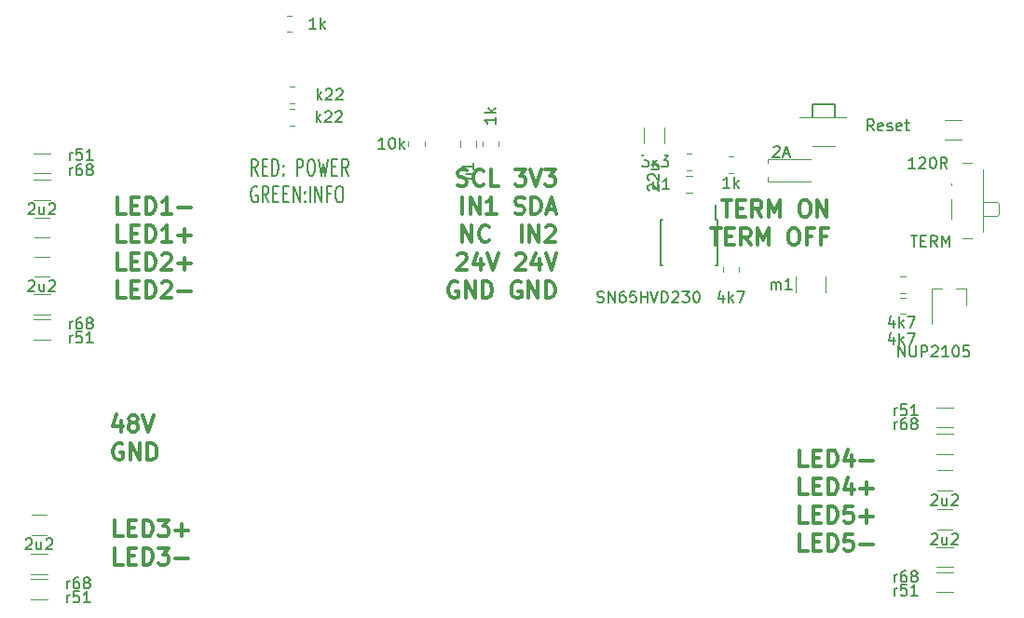
<source format=gto>
G04 #@! TF.GenerationSoftware,KiCad,Pcbnew,(5.1.8)-1*
G04 #@! TF.CreationDate,2021-07-21T13:34:53+02:00*
G04 #@! TF.ProjectId,sensactHsLed,73656e73-6163-4744-9873-4c65642e6b69,rev?*
G04 #@! TF.SameCoordinates,Original*
G04 #@! TF.FileFunction,Legend,Top*
G04 #@! TF.FilePolarity,Positive*
%FSLAX46Y46*%
G04 Gerber Fmt 4.6, Leading zero omitted, Abs format (unit mm)*
G04 Created by KiCad (PCBNEW (5.1.8)-1) date 2021-07-21 13:34:53*
%MOMM*%
%LPD*%
G01*
G04 APERTURE LIST*
%ADD10C,0.300000*%
%ADD11C,0.200000*%
%ADD12C,0.120000*%
%ADD13C,0.150000*%
%ADD14C,0.100000*%
%ADD15O,3.600000X1.800000*%
%ADD16C,1.600000*%
%ADD17O,1.700000X1.700000*%
%ADD18R,1.700000X1.700000*%
%ADD19C,1.700000*%
%ADD20R,1.600000X1.200000*%
%ADD21R,0.800000X2.000000*%
%ADD22R,2.000000X0.700000*%
%ADD23C,0.900000*%
%ADD24C,1.524000*%
%ADD25R,5.000000X5.000000*%
%ADD26O,1.000000X1.000000*%
%ADD27R,1.000000X1.000000*%
%ADD28C,0.700000*%
%ADD29R,1.400000X1.200000*%
%ADD30R,1.400000X1.600000*%
%ADD31C,2.100000*%
%ADD32C,1.750000*%
%ADD33R,0.800000X1.900000*%
%ADD34R,0.600000X2.200000*%
G04 APERTURE END LIST*
D10*
X116328428Y-145961571D02*
X115614142Y-145961571D01*
X115614142Y-144461571D01*
X116828428Y-145175857D02*
X117328428Y-145175857D01*
X117542714Y-145961571D02*
X116828428Y-145961571D01*
X116828428Y-144461571D01*
X117542714Y-144461571D01*
X118185571Y-145961571D02*
X118185571Y-144461571D01*
X118542714Y-144461571D01*
X118757000Y-144533000D01*
X118899857Y-144675857D01*
X118971285Y-144818714D01*
X119042714Y-145104428D01*
X119042714Y-145318714D01*
X118971285Y-145604428D01*
X118899857Y-145747285D01*
X118757000Y-145890142D01*
X118542714Y-145961571D01*
X118185571Y-145961571D01*
X119542714Y-144461571D02*
X120471285Y-144461571D01*
X119971285Y-145033000D01*
X120185571Y-145033000D01*
X120328428Y-145104428D01*
X120399857Y-145175857D01*
X120471285Y-145318714D01*
X120471285Y-145675857D01*
X120399857Y-145818714D01*
X120328428Y-145890142D01*
X120185571Y-145961571D01*
X119757000Y-145961571D01*
X119614142Y-145890142D01*
X119542714Y-145818714D01*
X121114142Y-145390142D02*
X122257000Y-145390142D01*
X121685571Y-145961571D02*
X121685571Y-144818714D01*
X116328428Y-148511571D02*
X115614142Y-148511571D01*
X115614142Y-147011571D01*
X116828428Y-147725857D02*
X117328428Y-147725857D01*
X117542714Y-148511571D02*
X116828428Y-148511571D01*
X116828428Y-147011571D01*
X117542714Y-147011571D01*
X118185571Y-148511571D02*
X118185571Y-147011571D01*
X118542714Y-147011571D01*
X118757000Y-147083000D01*
X118899857Y-147225857D01*
X118971285Y-147368714D01*
X119042714Y-147654428D01*
X119042714Y-147868714D01*
X118971285Y-148154428D01*
X118899857Y-148297285D01*
X118757000Y-148440142D01*
X118542714Y-148511571D01*
X118185571Y-148511571D01*
X119542714Y-147011571D02*
X120471285Y-147011571D01*
X119971285Y-147583000D01*
X120185571Y-147583000D01*
X120328428Y-147654428D01*
X120399857Y-147725857D01*
X120471285Y-147868714D01*
X120471285Y-148225857D01*
X120399857Y-148368714D01*
X120328428Y-148440142D01*
X120185571Y-148511571D01*
X119757000Y-148511571D01*
X119614142Y-148440142D01*
X119542714Y-148368714D01*
X121114142Y-147940142D02*
X122257000Y-147940142D01*
X116130000Y-135436571D02*
X116130000Y-136436571D01*
X115772857Y-134865142D02*
X115415714Y-135936571D01*
X116344285Y-135936571D01*
X117130000Y-135579428D02*
X116987142Y-135508000D01*
X116915714Y-135436571D01*
X116844285Y-135293714D01*
X116844285Y-135222285D01*
X116915714Y-135079428D01*
X116987142Y-135008000D01*
X117130000Y-134936571D01*
X117415714Y-134936571D01*
X117558571Y-135008000D01*
X117630000Y-135079428D01*
X117701428Y-135222285D01*
X117701428Y-135293714D01*
X117630000Y-135436571D01*
X117558571Y-135508000D01*
X117415714Y-135579428D01*
X117130000Y-135579428D01*
X116987142Y-135650857D01*
X116915714Y-135722285D01*
X116844285Y-135865142D01*
X116844285Y-136150857D01*
X116915714Y-136293714D01*
X116987142Y-136365142D01*
X117130000Y-136436571D01*
X117415714Y-136436571D01*
X117558571Y-136365142D01*
X117630000Y-136293714D01*
X117701428Y-136150857D01*
X117701428Y-135865142D01*
X117630000Y-135722285D01*
X117558571Y-135650857D01*
X117415714Y-135579428D01*
X118130000Y-134936571D02*
X118630000Y-136436571D01*
X119130000Y-134936571D01*
X116272857Y-137558000D02*
X116130000Y-137486571D01*
X115915714Y-137486571D01*
X115701428Y-137558000D01*
X115558571Y-137700857D01*
X115487142Y-137843714D01*
X115415714Y-138129428D01*
X115415714Y-138343714D01*
X115487142Y-138629428D01*
X115558571Y-138772285D01*
X115701428Y-138915142D01*
X115915714Y-138986571D01*
X116058571Y-138986571D01*
X116272857Y-138915142D01*
X116344285Y-138843714D01*
X116344285Y-138343714D01*
X116058571Y-138343714D01*
X116987142Y-138986571D02*
X116987142Y-137486571D01*
X117844285Y-138986571D01*
X117844285Y-137486571D01*
X118558571Y-138986571D02*
X118558571Y-137486571D01*
X118915714Y-137486571D01*
X119130000Y-137558000D01*
X119272857Y-137700857D01*
X119344285Y-137843714D01*
X119415714Y-138129428D01*
X119415714Y-138343714D01*
X119344285Y-138629428D01*
X119272857Y-138772285D01*
X119130000Y-138915142D01*
X118915714Y-138986571D01*
X118558571Y-138986571D01*
X116582285Y-116614571D02*
X115868000Y-116614571D01*
X115868000Y-115114571D01*
X117082285Y-115828857D02*
X117582285Y-115828857D01*
X117796571Y-116614571D02*
X117082285Y-116614571D01*
X117082285Y-115114571D01*
X117796571Y-115114571D01*
X118439428Y-116614571D02*
X118439428Y-115114571D01*
X118796571Y-115114571D01*
X119010857Y-115186000D01*
X119153714Y-115328857D01*
X119225142Y-115471714D01*
X119296571Y-115757428D01*
X119296571Y-115971714D01*
X119225142Y-116257428D01*
X119153714Y-116400285D01*
X119010857Y-116543142D01*
X118796571Y-116614571D01*
X118439428Y-116614571D01*
X120725142Y-116614571D02*
X119868000Y-116614571D01*
X120296571Y-116614571D02*
X120296571Y-115114571D01*
X120153714Y-115328857D01*
X120010857Y-115471714D01*
X119868000Y-115543142D01*
X121368000Y-116043142D02*
X122510857Y-116043142D01*
X116582285Y-119164571D02*
X115868000Y-119164571D01*
X115868000Y-117664571D01*
X117082285Y-118378857D02*
X117582285Y-118378857D01*
X117796571Y-119164571D02*
X117082285Y-119164571D01*
X117082285Y-117664571D01*
X117796571Y-117664571D01*
X118439428Y-119164571D02*
X118439428Y-117664571D01*
X118796571Y-117664571D01*
X119010857Y-117736000D01*
X119153714Y-117878857D01*
X119225142Y-118021714D01*
X119296571Y-118307428D01*
X119296571Y-118521714D01*
X119225142Y-118807428D01*
X119153714Y-118950285D01*
X119010857Y-119093142D01*
X118796571Y-119164571D01*
X118439428Y-119164571D01*
X120725142Y-119164571D02*
X119868000Y-119164571D01*
X120296571Y-119164571D02*
X120296571Y-117664571D01*
X120153714Y-117878857D01*
X120010857Y-118021714D01*
X119868000Y-118093142D01*
X121368000Y-118593142D02*
X122510857Y-118593142D01*
X121939428Y-119164571D02*
X121939428Y-118021714D01*
X116582285Y-121714571D02*
X115868000Y-121714571D01*
X115868000Y-120214571D01*
X117082285Y-120928857D02*
X117582285Y-120928857D01*
X117796571Y-121714571D02*
X117082285Y-121714571D01*
X117082285Y-120214571D01*
X117796571Y-120214571D01*
X118439428Y-121714571D02*
X118439428Y-120214571D01*
X118796571Y-120214571D01*
X119010857Y-120286000D01*
X119153714Y-120428857D01*
X119225142Y-120571714D01*
X119296571Y-120857428D01*
X119296571Y-121071714D01*
X119225142Y-121357428D01*
X119153714Y-121500285D01*
X119010857Y-121643142D01*
X118796571Y-121714571D01*
X118439428Y-121714571D01*
X119868000Y-120357428D02*
X119939428Y-120286000D01*
X120082285Y-120214571D01*
X120439428Y-120214571D01*
X120582285Y-120286000D01*
X120653714Y-120357428D01*
X120725142Y-120500285D01*
X120725142Y-120643142D01*
X120653714Y-120857428D01*
X119796571Y-121714571D01*
X120725142Y-121714571D01*
X121368000Y-121143142D02*
X122510857Y-121143142D01*
X121939428Y-121714571D02*
X121939428Y-120571714D01*
X116582285Y-124264571D02*
X115868000Y-124264571D01*
X115868000Y-122764571D01*
X117082285Y-123478857D02*
X117582285Y-123478857D01*
X117796571Y-124264571D02*
X117082285Y-124264571D01*
X117082285Y-122764571D01*
X117796571Y-122764571D01*
X118439428Y-124264571D02*
X118439428Y-122764571D01*
X118796571Y-122764571D01*
X119010857Y-122836000D01*
X119153714Y-122978857D01*
X119225142Y-123121714D01*
X119296571Y-123407428D01*
X119296571Y-123621714D01*
X119225142Y-123907428D01*
X119153714Y-124050285D01*
X119010857Y-124193142D01*
X118796571Y-124264571D01*
X118439428Y-124264571D01*
X119868000Y-122907428D02*
X119939428Y-122836000D01*
X120082285Y-122764571D01*
X120439428Y-122764571D01*
X120582285Y-122836000D01*
X120653714Y-122907428D01*
X120725142Y-123050285D01*
X120725142Y-123193142D01*
X120653714Y-123407428D01*
X119796571Y-124264571D01*
X120725142Y-124264571D01*
X121368000Y-123693142D02*
X122510857Y-123693142D01*
X178558285Y-139601571D02*
X177844000Y-139601571D01*
X177844000Y-138101571D01*
X179058285Y-138815857D02*
X179558285Y-138815857D01*
X179772571Y-139601571D02*
X179058285Y-139601571D01*
X179058285Y-138101571D01*
X179772571Y-138101571D01*
X180415428Y-139601571D02*
X180415428Y-138101571D01*
X180772571Y-138101571D01*
X180986857Y-138173000D01*
X181129714Y-138315857D01*
X181201142Y-138458714D01*
X181272571Y-138744428D01*
X181272571Y-138958714D01*
X181201142Y-139244428D01*
X181129714Y-139387285D01*
X180986857Y-139530142D01*
X180772571Y-139601571D01*
X180415428Y-139601571D01*
X182558285Y-138601571D02*
X182558285Y-139601571D01*
X182201142Y-138030142D02*
X181844000Y-139101571D01*
X182772571Y-139101571D01*
X183344000Y-139030142D02*
X184486857Y-139030142D01*
X178558285Y-142151571D02*
X177844000Y-142151571D01*
X177844000Y-140651571D01*
X179058285Y-141365857D02*
X179558285Y-141365857D01*
X179772571Y-142151571D02*
X179058285Y-142151571D01*
X179058285Y-140651571D01*
X179772571Y-140651571D01*
X180415428Y-142151571D02*
X180415428Y-140651571D01*
X180772571Y-140651571D01*
X180986857Y-140723000D01*
X181129714Y-140865857D01*
X181201142Y-141008714D01*
X181272571Y-141294428D01*
X181272571Y-141508714D01*
X181201142Y-141794428D01*
X181129714Y-141937285D01*
X180986857Y-142080142D01*
X180772571Y-142151571D01*
X180415428Y-142151571D01*
X182558285Y-141151571D02*
X182558285Y-142151571D01*
X182201142Y-140580142D02*
X181844000Y-141651571D01*
X182772571Y-141651571D01*
X183344000Y-141580142D02*
X184486857Y-141580142D01*
X183915428Y-142151571D02*
X183915428Y-141008714D01*
X178558285Y-144701571D02*
X177844000Y-144701571D01*
X177844000Y-143201571D01*
X179058285Y-143915857D02*
X179558285Y-143915857D01*
X179772571Y-144701571D02*
X179058285Y-144701571D01*
X179058285Y-143201571D01*
X179772571Y-143201571D01*
X180415428Y-144701571D02*
X180415428Y-143201571D01*
X180772571Y-143201571D01*
X180986857Y-143273000D01*
X181129714Y-143415857D01*
X181201142Y-143558714D01*
X181272571Y-143844428D01*
X181272571Y-144058714D01*
X181201142Y-144344428D01*
X181129714Y-144487285D01*
X180986857Y-144630142D01*
X180772571Y-144701571D01*
X180415428Y-144701571D01*
X182629714Y-143201571D02*
X181915428Y-143201571D01*
X181844000Y-143915857D01*
X181915428Y-143844428D01*
X182058285Y-143773000D01*
X182415428Y-143773000D01*
X182558285Y-143844428D01*
X182629714Y-143915857D01*
X182701142Y-144058714D01*
X182701142Y-144415857D01*
X182629714Y-144558714D01*
X182558285Y-144630142D01*
X182415428Y-144701571D01*
X182058285Y-144701571D01*
X181915428Y-144630142D01*
X181844000Y-144558714D01*
X183344000Y-144130142D02*
X184486857Y-144130142D01*
X183915428Y-144701571D02*
X183915428Y-143558714D01*
X178558285Y-147251571D02*
X177844000Y-147251571D01*
X177844000Y-145751571D01*
X179058285Y-146465857D02*
X179558285Y-146465857D01*
X179772571Y-147251571D02*
X179058285Y-147251571D01*
X179058285Y-145751571D01*
X179772571Y-145751571D01*
X180415428Y-147251571D02*
X180415428Y-145751571D01*
X180772571Y-145751571D01*
X180986857Y-145823000D01*
X181129714Y-145965857D01*
X181201142Y-146108714D01*
X181272571Y-146394428D01*
X181272571Y-146608714D01*
X181201142Y-146894428D01*
X181129714Y-147037285D01*
X180986857Y-147180142D01*
X180772571Y-147251571D01*
X180415428Y-147251571D01*
X182629714Y-145751571D02*
X181915428Y-145751571D01*
X181844000Y-146465857D01*
X181915428Y-146394428D01*
X182058285Y-146323000D01*
X182415428Y-146323000D01*
X182558285Y-146394428D01*
X182629714Y-146465857D01*
X182701142Y-146608714D01*
X182701142Y-146965857D01*
X182629714Y-147108714D01*
X182558285Y-147180142D01*
X182415428Y-147251571D01*
X182058285Y-147251571D01*
X181915428Y-147180142D01*
X181844000Y-147108714D01*
X183344000Y-146680142D02*
X184486857Y-146680142D01*
X170795857Y-115378571D02*
X171653000Y-115378571D01*
X171224428Y-116878571D02*
X171224428Y-115378571D01*
X172153000Y-116092857D02*
X172653000Y-116092857D01*
X172867285Y-116878571D02*
X172153000Y-116878571D01*
X172153000Y-115378571D01*
X172867285Y-115378571D01*
X174367285Y-116878571D02*
X173867285Y-116164285D01*
X173510142Y-116878571D02*
X173510142Y-115378571D01*
X174081571Y-115378571D01*
X174224428Y-115450000D01*
X174295857Y-115521428D01*
X174367285Y-115664285D01*
X174367285Y-115878571D01*
X174295857Y-116021428D01*
X174224428Y-116092857D01*
X174081571Y-116164285D01*
X173510142Y-116164285D01*
X175010142Y-116878571D02*
X175010142Y-115378571D01*
X175510142Y-116450000D01*
X176010142Y-115378571D01*
X176010142Y-116878571D01*
X178153000Y-115378571D02*
X178438714Y-115378571D01*
X178581571Y-115450000D01*
X178724428Y-115592857D01*
X178795857Y-115878571D01*
X178795857Y-116378571D01*
X178724428Y-116664285D01*
X178581571Y-116807142D01*
X178438714Y-116878571D01*
X178153000Y-116878571D01*
X178010142Y-116807142D01*
X177867285Y-116664285D01*
X177795857Y-116378571D01*
X177795857Y-115878571D01*
X177867285Y-115592857D01*
X178010142Y-115450000D01*
X178153000Y-115378571D01*
X179438714Y-116878571D02*
X179438714Y-115378571D01*
X180295857Y-116878571D01*
X180295857Y-115378571D01*
X169795857Y-117928571D02*
X170653000Y-117928571D01*
X170224428Y-119428571D02*
X170224428Y-117928571D01*
X171153000Y-118642857D02*
X171653000Y-118642857D01*
X171867285Y-119428571D02*
X171153000Y-119428571D01*
X171153000Y-117928571D01*
X171867285Y-117928571D01*
X173367285Y-119428571D02*
X172867285Y-118714285D01*
X172510142Y-119428571D02*
X172510142Y-117928571D01*
X173081571Y-117928571D01*
X173224428Y-118000000D01*
X173295857Y-118071428D01*
X173367285Y-118214285D01*
X173367285Y-118428571D01*
X173295857Y-118571428D01*
X173224428Y-118642857D01*
X173081571Y-118714285D01*
X172510142Y-118714285D01*
X174010142Y-119428571D02*
X174010142Y-117928571D01*
X174510142Y-119000000D01*
X175010142Y-117928571D01*
X175010142Y-119428571D01*
X177153000Y-117928571D02*
X177438714Y-117928571D01*
X177581571Y-118000000D01*
X177724428Y-118142857D01*
X177795857Y-118428571D01*
X177795857Y-118928571D01*
X177724428Y-119214285D01*
X177581571Y-119357142D01*
X177438714Y-119428571D01*
X177153000Y-119428571D01*
X177010142Y-119357142D01*
X176867285Y-119214285D01*
X176795857Y-118928571D01*
X176795857Y-118428571D01*
X176867285Y-118142857D01*
X177010142Y-118000000D01*
X177153000Y-117928571D01*
X178938714Y-118642857D02*
X178438714Y-118642857D01*
X178438714Y-119428571D02*
X178438714Y-117928571D01*
X179153000Y-117928571D01*
X180224428Y-118642857D02*
X179724428Y-118642857D01*
X179724428Y-119428571D02*
X179724428Y-117928571D01*
X180438714Y-117928571D01*
X146745142Y-113998142D02*
X146959428Y-114069571D01*
X147316571Y-114069571D01*
X147459428Y-113998142D01*
X147530857Y-113926714D01*
X147602285Y-113783857D01*
X147602285Y-113641000D01*
X147530857Y-113498142D01*
X147459428Y-113426714D01*
X147316571Y-113355285D01*
X147030857Y-113283857D01*
X146888000Y-113212428D01*
X146816571Y-113141000D01*
X146745142Y-112998142D01*
X146745142Y-112855285D01*
X146816571Y-112712428D01*
X146888000Y-112641000D01*
X147030857Y-112569571D01*
X147388000Y-112569571D01*
X147602285Y-112641000D01*
X149102285Y-113926714D02*
X149030857Y-113998142D01*
X148816571Y-114069571D01*
X148673714Y-114069571D01*
X148459428Y-113998142D01*
X148316571Y-113855285D01*
X148245142Y-113712428D01*
X148173714Y-113426714D01*
X148173714Y-113212428D01*
X148245142Y-112926714D01*
X148316571Y-112783857D01*
X148459428Y-112641000D01*
X148673714Y-112569571D01*
X148816571Y-112569571D01*
X149030857Y-112641000D01*
X149102285Y-112712428D01*
X150459428Y-114069571D02*
X149745142Y-114069571D01*
X149745142Y-112569571D01*
X151959428Y-112569571D02*
X152888000Y-112569571D01*
X152388000Y-113141000D01*
X152602285Y-113141000D01*
X152745142Y-113212428D01*
X152816571Y-113283857D01*
X152888000Y-113426714D01*
X152888000Y-113783857D01*
X152816571Y-113926714D01*
X152745142Y-113998142D01*
X152602285Y-114069571D01*
X152173714Y-114069571D01*
X152030857Y-113998142D01*
X151959428Y-113926714D01*
X153316571Y-112569571D02*
X153816571Y-114069571D01*
X154316571Y-112569571D01*
X154673714Y-112569571D02*
X155602285Y-112569571D01*
X155102285Y-113141000D01*
X155316571Y-113141000D01*
X155459428Y-113212428D01*
X155530857Y-113283857D01*
X155602285Y-113426714D01*
X155602285Y-113783857D01*
X155530857Y-113926714D01*
X155459428Y-113998142D01*
X155316571Y-114069571D01*
X154888000Y-114069571D01*
X154745142Y-113998142D01*
X154673714Y-113926714D01*
X147173714Y-116619571D02*
X147173714Y-115119571D01*
X147888000Y-116619571D02*
X147888000Y-115119571D01*
X148745142Y-116619571D01*
X148745142Y-115119571D01*
X150245142Y-116619571D02*
X149388000Y-116619571D01*
X149816571Y-116619571D02*
X149816571Y-115119571D01*
X149673714Y-115333857D01*
X149530857Y-115476714D01*
X149388000Y-115548142D01*
X151959428Y-116548142D02*
X152173714Y-116619571D01*
X152530857Y-116619571D01*
X152673714Y-116548142D01*
X152745142Y-116476714D01*
X152816571Y-116333857D01*
X152816571Y-116191000D01*
X152745142Y-116048142D01*
X152673714Y-115976714D01*
X152530857Y-115905285D01*
X152245142Y-115833857D01*
X152102285Y-115762428D01*
X152030857Y-115691000D01*
X151959428Y-115548142D01*
X151959428Y-115405285D01*
X152030857Y-115262428D01*
X152102285Y-115191000D01*
X152245142Y-115119571D01*
X152602285Y-115119571D01*
X152816571Y-115191000D01*
X153459428Y-116619571D02*
X153459428Y-115119571D01*
X153816571Y-115119571D01*
X154030857Y-115191000D01*
X154173714Y-115333857D01*
X154245142Y-115476714D01*
X154316571Y-115762428D01*
X154316571Y-115976714D01*
X154245142Y-116262428D01*
X154173714Y-116405285D01*
X154030857Y-116548142D01*
X153816571Y-116619571D01*
X153459428Y-116619571D01*
X154888000Y-116191000D02*
X155602285Y-116191000D01*
X154745142Y-116619571D02*
X155245142Y-115119571D01*
X155745142Y-116619571D01*
X147173714Y-119169571D02*
X147173714Y-117669571D01*
X148030857Y-119169571D01*
X148030857Y-117669571D01*
X149602285Y-119026714D02*
X149530857Y-119098142D01*
X149316571Y-119169571D01*
X149173714Y-119169571D01*
X148959428Y-119098142D01*
X148816571Y-118955285D01*
X148745142Y-118812428D01*
X148673714Y-118526714D01*
X148673714Y-118312428D01*
X148745142Y-118026714D01*
X148816571Y-117883857D01*
X148959428Y-117741000D01*
X149173714Y-117669571D01*
X149316571Y-117669571D01*
X149530857Y-117741000D01*
X149602285Y-117812428D01*
X152530857Y-119169571D02*
X152530857Y-117669571D01*
X153245142Y-119169571D02*
X153245142Y-117669571D01*
X154102285Y-119169571D01*
X154102285Y-117669571D01*
X154745142Y-117812428D02*
X154816571Y-117741000D01*
X154959428Y-117669571D01*
X155316571Y-117669571D01*
X155459428Y-117741000D01*
X155530857Y-117812428D01*
X155602285Y-117955285D01*
X155602285Y-118098142D01*
X155530857Y-118312428D01*
X154673714Y-119169571D01*
X155602285Y-119169571D01*
X146745142Y-120362428D02*
X146816571Y-120291000D01*
X146959428Y-120219571D01*
X147316571Y-120219571D01*
X147459428Y-120291000D01*
X147530857Y-120362428D01*
X147602285Y-120505285D01*
X147602285Y-120648142D01*
X147530857Y-120862428D01*
X146673714Y-121719571D01*
X147602285Y-121719571D01*
X148888000Y-120719571D02*
X148888000Y-121719571D01*
X148530857Y-120148142D02*
X148173714Y-121219571D01*
X149102285Y-121219571D01*
X149459428Y-120219571D02*
X149959428Y-121719571D01*
X150459428Y-120219571D01*
X152030857Y-120362428D02*
X152102285Y-120291000D01*
X152245142Y-120219571D01*
X152602285Y-120219571D01*
X152745142Y-120291000D01*
X152816571Y-120362428D01*
X152888000Y-120505285D01*
X152888000Y-120648142D01*
X152816571Y-120862428D01*
X151959428Y-121719571D01*
X152888000Y-121719571D01*
X154173714Y-120719571D02*
X154173714Y-121719571D01*
X153816571Y-120148142D02*
X153459428Y-121219571D01*
X154388000Y-121219571D01*
X154745142Y-120219571D02*
X155245142Y-121719571D01*
X155745142Y-120219571D01*
X146745142Y-122841000D02*
X146602285Y-122769571D01*
X146388000Y-122769571D01*
X146173714Y-122841000D01*
X146030857Y-122983857D01*
X145959428Y-123126714D01*
X145888000Y-123412428D01*
X145888000Y-123626714D01*
X145959428Y-123912428D01*
X146030857Y-124055285D01*
X146173714Y-124198142D01*
X146388000Y-124269571D01*
X146530857Y-124269571D01*
X146745142Y-124198142D01*
X146816571Y-124126714D01*
X146816571Y-123626714D01*
X146530857Y-123626714D01*
X147459428Y-124269571D02*
X147459428Y-122769571D01*
X148316571Y-124269571D01*
X148316571Y-122769571D01*
X149030857Y-124269571D02*
X149030857Y-122769571D01*
X149388000Y-122769571D01*
X149602285Y-122841000D01*
X149745142Y-122983857D01*
X149816571Y-123126714D01*
X149888000Y-123412428D01*
X149888000Y-123626714D01*
X149816571Y-123912428D01*
X149745142Y-124055285D01*
X149602285Y-124198142D01*
X149388000Y-124269571D01*
X149030857Y-124269571D01*
X152459428Y-122841000D02*
X152316571Y-122769571D01*
X152102285Y-122769571D01*
X151888000Y-122841000D01*
X151745142Y-122983857D01*
X151673714Y-123126714D01*
X151602285Y-123412428D01*
X151602285Y-123626714D01*
X151673714Y-123912428D01*
X151745142Y-124055285D01*
X151888000Y-124198142D01*
X152102285Y-124269571D01*
X152245142Y-124269571D01*
X152459428Y-124198142D01*
X152530857Y-124126714D01*
X152530857Y-123626714D01*
X152245142Y-123626714D01*
X153173714Y-124269571D02*
X153173714Y-122769571D01*
X154030857Y-124269571D01*
X154030857Y-122769571D01*
X154745142Y-124269571D02*
X154745142Y-122769571D01*
X155102285Y-122769571D01*
X155316571Y-122841000D01*
X155459428Y-122983857D01*
X155530857Y-123126714D01*
X155602285Y-123412428D01*
X155602285Y-123626714D01*
X155530857Y-123912428D01*
X155459428Y-124055285D01*
X155316571Y-124198142D01*
X155102285Y-124269571D01*
X154745142Y-124269571D01*
D11*
X128574523Y-113118571D02*
X128241190Y-112404285D01*
X128003095Y-113118571D02*
X128003095Y-111618571D01*
X128384047Y-111618571D01*
X128479285Y-111690000D01*
X128526904Y-111761428D01*
X128574523Y-111904285D01*
X128574523Y-112118571D01*
X128526904Y-112261428D01*
X128479285Y-112332857D01*
X128384047Y-112404285D01*
X128003095Y-112404285D01*
X129003095Y-112332857D02*
X129336428Y-112332857D01*
X129479285Y-113118571D02*
X129003095Y-113118571D01*
X129003095Y-111618571D01*
X129479285Y-111618571D01*
X129907857Y-113118571D02*
X129907857Y-111618571D01*
X130145952Y-111618571D01*
X130288809Y-111690000D01*
X130384047Y-111832857D01*
X130431666Y-111975714D01*
X130479285Y-112261428D01*
X130479285Y-112475714D01*
X130431666Y-112761428D01*
X130384047Y-112904285D01*
X130288809Y-113047142D01*
X130145952Y-113118571D01*
X129907857Y-113118571D01*
X130907857Y-112975714D02*
X130955476Y-113047142D01*
X130907857Y-113118571D01*
X130860238Y-113047142D01*
X130907857Y-112975714D01*
X130907857Y-113118571D01*
X130907857Y-112190000D02*
X130955476Y-112261428D01*
X130907857Y-112332857D01*
X130860238Y-112261428D01*
X130907857Y-112190000D01*
X130907857Y-112332857D01*
X132145952Y-113118571D02*
X132145952Y-111618571D01*
X132526904Y-111618571D01*
X132622142Y-111690000D01*
X132669761Y-111761428D01*
X132717380Y-111904285D01*
X132717380Y-112118571D01*
X132669761Y-112261428D01*
X132622142Y-112332857D01*
X132526904Y-112404285D01*
X132145952Y-112404285D01*
X133336428Y-111618571D02*
X133526904Y-111618571D01*
X133622142Y-111690000D01*
X133717380Y-111832857D01*
X133765000Y-112118571D01*
X133765000Y-112618571D01*
X133717380Y-112904285D01*
X133622142Y-113047142D01*
X133526904Y-113118571D01*
X133336428Y-113118571D01*
X133241190Y-113047142D01*
X133145952Y-112904285D01*
X133098333Y-112618571D01*
X133098333Y-112118571D01*
X133145952Y-111832857D01*
X133241190Y-111690000D01*
X133336428Y-111618571D01*
X134098333Y-111618571D02*
X134336428Y-113118571D01*
X134526904Y-112047142D01*
X134717380Y-113118571D01*
X134955476Y-111618571D01*
X135336428Y-112332857D02*
X135669761Y-112332857D01*
X135812619Y-113118571D02*
X135336428Y-113118571D01*
X135336428Y-111618571D01*
X135812619Y-111618571D01*
X136812619Y-113118571D02*
X136479285Y-112404285D01*
X136241190Y-113118571D02*
X136241190Y-111618571D01*
X136622142Y-111618571D01*
X136717380Y-111690000D01*
X136765000Y-111761428D01*
X136812619Y-111904285D01*
X136812619Y-112118571D01*
X136765000Y-112261428D01*
X136717380Y-112332857D01*
X136622142Y-112404285D01*
X136241190Y-112404285D01*
X128526904Y-114140000D02*
X128431666Y-114068571D01*
X128288809Y-114068571D01*
X128145952Y-114140000D01*
X128050714Y-114282857D01*
X128003095Y-114425714D01*
X127955476Y-114711428D01*
X127955476Y-114925714D01*
X128003095Y-115211428D01*
X128050714Y-115354285D01*
X128145952Y-115497142D01*
X128288809Y-115568571D01*
X128384047Y-115568571D01*
X128526904Y-115497142D01*
X128574523Y-115425714D01*
X128574523Y-114925714D01*
X128384047Y-114925714D01*
X129574523Y-115568571D02*
X129241190Y-114854285D01*
X129003095Y-115568571D02*
X129003095Y-114068571D01*
X129384047Y-114068571D01*
X129479285Y-114140000D01*
X129526904Y-114211428D01*
X129574523Y-114354285D01*
X129574523Y-114568571D01*
X129526904Y-114711428D01*
X129479285Y-114782857D01*
X129384047Y-114854285D01*
X129003095Y-114854285D01*
X130003095Y-114782857D02*
X130336428Y-114782857D01*
X130479285Y-115568571D02*
X130003095Y-115568571D01*
X130003095Y-114068571D01*
X130479285Y-114068571D01*
X130907857Y-114782857D02*
X131241190Y-114782857D01*
X131384047Y-115568571D02*
X130907857Y-115568571D01*
X130907857Y-114068571D01*
X131384047Y-114068571D01*
X131812619Y-115568571D02*
X131812619Y-114068571D01*
X132384047Y-115568571D01*
X132384047Y-114068571D01*
X132860238Y-115425714D02*
X132907857Y-115497142D01*
X132860238Y-115568571D01*
X132812619Y-115497142D01*
X132860238Y-115425714D01*
X132860238Y-115568571D01*
X132860238Y-114640000D02*
X132907857Y-114711428D01*
X132860238Y-114782857D01*
X132812619Y-114711428D01*
X132860238Y-114640000D01*
X132860238Y-114782857D01*
X133336428Y-115568571D02*
X133336428Y-114068571D01*
X133812619Y-115568571D02*
X133812619Y-114068571D01*
X134384047Y-115568571D01*
X134384047Y-114068571D01*
X135193571Y-114782857D02*
X134860238Y-114782857D01*
X134860238Y-115568571D02*
X134860238Y-114068571D01*
X135336428Y-114068571D01*
X135907857Y-114068571D02*
X136098333Y-114068571D01*
X136193571Y-114140000D01*
X136288809Y-114282857D01*
X136336428Y-114568571D01*
X136336428Y-115068571D01*
X136288809Y-115354285D01*
X136193571Y-115497142D01*
X136098333Y-115568571D01*
X135907857Y-115568571D01*
X135812619Y-115497142D01*
X135717380Y-115354285D01*
X135669761Y-115068571D01*
X135669761Y-114568571D01*
X135717380Y-114282857D01*
X135812619Y-114140000D01*
X135907857Y-114068571D01*
D12*
X174915000Y-111649000D02*
X178815000Y-111649000D01*
X174915000Y-113649000D02*
X178815000Y-113649000D01*
X174915000Y-111649000D02*
X174915000Y-113649000D01*
X171349936Y-111406000D02*
X171804064Y-111406000D01*
X171349936Y-112876000D02*
X171804064Y-112876000D01*
X167539936Y-111152000D02*
X167994064Y-111152000D01*
X167539936Y-112622000D02*
X167994064Y-112622000D01*
X177456000Y-123735752D02*
X177456000Y-122313248D01*
X180176000Y-123735752D02*
X180176000Y-122313248D01*
X190280936Y-151024000D02*
X191735064Y-151024000D01*
X190280936Y-149204000D02*
X191735064Y-149204000D01*
X190280936Y-148738000D02*
X191735064Y-148738000D01*
X190280936Y-146918000D02*
X191735064Y-146918000D01*
X190280936Y-136038000D02*
X191735064Y-136038000D01*
X190280936Y-134218000D02*
X191735064Y-134218000D01*
X190280936Y-138451000D02*
X191735064Y-138451000D01*
X190280936Y-136631000D02*
X191735064Y-136631000D01*
X109439064Y-149839000D02*
X107984936Y-149839000D01*
X109439064Y-151659000D02*
X107984936Y-151659000D01*
X109439064Y-147553000D02*
X107984936Y-147553000D01*
X109439064Y-149373000D02*
X107984936Y-149373000D01*
X109693064Y-126217000D02*
X108238936Y-126217000D01*
X109693064Y-128037000D02*
X108238936Y-128037000D01*
X109693064Y-123931000D02*
X108238936Y-123931000D01*
X109693064Y-125751000D02*
X108238936Y-125751000D01*
X109693064Y-111104000D02*
X108238936Y-111104000D01*
X109693064Y-112924000D02*
X108238936Y-112924000D01*
X109693064Y-113517000D02*
X108238936Y-113517000D01*
X109693064Y-115337000D02*
X108238936Y-115337000D01*
X187425064Y-124233000D02*
X186970936Y-124233000D01*
X187425064Y-125703000D02*
X186970936Y-125703000D01*
X109677252Y-116946000D02*
X108254748Y-116946000D01*
X109677252Y-118766000D02*
X108254748Y-118766000D01*
X109677252Y-120502000D02*
X108254748Y-120502000D01*
X109677252Y-122322000D02*
X108254748Y-122322000D01*
X109423252Y-143997000D02*
X108000748Y-143997000D01*
X109423252Y-145817000D02*
X108000748Y-145817000D01*
X190296748Y-141753000D02*
X191719252Y-141753000D01*
X190296748Y-139933000D02*
X191719252Y-139933000D01*
X190296748Y-145309000D02*
X191719252Y-145309000D01*
X190296748Y-143489000D02*
X191719252Y-143489000D01*
X191590000Y-114019000D02*
X191590000Y-113819000D01*
X195730000Y-116819000D02*
X195940000Y-116619000D01*
X195730000Y-115519000D02*
X195940000Y-115719000D01*
X194440000Y-116819000D02*
X195730000Y-116819000D01*
X195940000Y-116619000D02*
X195940000Y-115719000D01*
X195730000Y-115519000D02*
X194440000Y-115519000D01*
X194440000Y-118269000D02*
X194440000Y-112569000D01*
X191590000Y-117019000D02*
X191590000Y-115319000D01*
X192640000Y-118869000D02*
X193430000Y-118869000D01*
X193430000Y-111969000D02*
X192640000Y-111969000D01*
X177800000Y-107850000D02*
X182000000Y-107850000D01*
X181000000Y-110450000D02*
X179000000Y-110450000D01*
D13*
X179000000Y-107850000D02*
X179000000Y-106650000D01*
X179000000Y-106650000D02*
X181000000Y-106650000D01*
X181000000Y-106650000D02*
X181000000Y-107850000D01*
D12*
X131471936Y-106526000D02*
X131926064Y-106526000D01*
X131471936Y-105056000D02*
X131926064Y-105056000D01*
X131471936Y-108558000D02*
X131926064Y-108558000D01*
X131471936Y-107088000D02*
X131926064Y-107088000D01*
X131217936Y-100049000D02*
X131672064Y-100049000D01*
X131217936Y-98579000D02*
X131672064Y-98579000D01*
X192969000Y-123446000D02*
X192969000Y-124906000D01*
X189809000Y-123446000D02*
X189809000Y-126606000D01*
X189809000Y-123446000D02*
X190739000Y-123446000D01*
X192969000Y-123446000D02*
X192039000Y-123446000D01*
X150468000Y-110024936D02*
X150468000Y-110479064D01*
X148998000Y-110024936D02*
X148998000Y-110479064D01*
X148436000Y-109974748D02*
X148436000Y-110497252D01*
X146966000Y-109974748D02*
X146966000Y-110497252D01*
X142267000Y-110008936D02*
X142267000Y-110463064D01*
X143737000Y-110008936D02*
X143737000Y-110463064D01*
X191042936Y-109876000D02*
X192497064Y-109876000D01*
X191042936Y-108056000D02*
X192497064Y-108056000D01*
X170842000Y-121438936D02*
X170842000Y-121893064D01*
X172312000Y-121438936D02*
X172312000Y-121893064D01*
X187425064Y-122328000D02*
X186970936Y-122328000D01*
X187425064Y-123798000D02*
X186970936Y-123798000D01*
X163682000Y-108762748D02*
X163682000Y-110185252D01*
X165502000Y-108762748D02*
X165502000Y-110185252D01*
X167505748Y-114654000D02*
X168028252Y-114654000D01*
X167505748Y-113184000D02*
X168028252Y-113184000D01*
D13*
X170197000Y-117178000D02*
X170197000Y-115778000D01*
X165192000Y-117178000D02*
X165192000Y-121328000D01*
X170342000Y-117178000D02*
X170342000Y-121328000D01*
X165192000Y-117178000D02*
X165337000Y-117178000D01*
X165192000Y-121328000D02*
X165337000Y-121328000D01*
X170342000Y-121328000D02*
X170197000Y-121328000D01*
X170342000Y-117178000D02*
X170197000Y-117178000D01*
X175434714Y-110545619D02*
X175482333Y-110498000D01*
X175577571Y-110450380D01*
X175815666Y-110450380D01*
X175910904Y-110498000D01*
X175958523Y-110545619D01*
X176006142Y-110640857D01*
X176006142Y-110736095D01*
X175958523Y-110878952D01*
X175387095Y-111450380D01*
X176006142Y-111450380D01*
X176387095Y-111164666D02*
X176863285Y-111164666D01*
X176291857Y-111450380D02*
X176625190Y-110450380D01*
X176958523Y-111450380D01*
X171457952Y-114243380D02*
X170886523Y-114243380D01*
X171172238Y-114243380D02*
X171172238Y-113243380D01*
X171077000Y-113386238D01*
X170981761Y-113481476D01*
X170886523Y-113529095D01*
X171886523Y-114243380D02*
X171886523Y-113243380D01*
X171981761Y-113862428D02*
X172267476Y-114243380D01*
X172267476Y-113576714D02*
X171886523Y-113957666D01*
X163504714Y-111339380D02*
X164123761Y-111339380D01*
X163790428Y-111720333D01*
X163933285Y-111720333D01*
X164028523Y-111767952D01*
X164076142Y-111815571D01*
X164123761Y-111910809D01*
X164123761Y-112148904D01*
X164076142Y-112244142D01*
X164028523Y-112291761D01*
X163933285Y-112339380D01*
X163647571Y-112339380D01*
X163552333Y-112291761D01*
X163504714Y-112244142D01*
X164552333Y-112339380D02*
X164552333Y-111339380D01*
X164647571Y-111958428D02*
X164933285Y-112339380D01*
X164933285Y-111672714D02*
X164552333Y-112053666D01*
X165266619Y-111339380D02*
X165885666Y-111339380D01*
X165552333Y-111720333D01*
X165695190Y-111720333D01*
X165790428Y-111767952D01*
X165838047Y-111815571D01*
X165885666Y-111910809D01*
X165885666Y-112148904D01*
X165838047Y-112244142D01*
X165790428Y-112291761D01*
X165695190Y-112339380D01*
X165409476Y-112339380D01*
X165314238Y-112291761D01*
X165266619Y-112244142D01*
X175244238Y-123476880D02*
X175244238Y-122810214D01*
X175244238Y-122905452D02*
X175291857Y-122857833D01*
X175387095Y-122810214D01*
X175529952Y-122810214D01*
X175625190Y-122857833D01*
X175672809Y-122953071D01*
X175672809Y-123476880D01*
X175672809Y-122953071D02*
X175720428Y-122857833D01*
X175815666Y-122810214D01*
X175958523Y-122810214D01*
X176053761Y-122857833D01*
X176101380Y-122953071D01*
X176101380Y-123476880D01*
X177101380Y-123476880D02*
X176529952Y-123476880D01*
X176815666Y-123476880D02*
X176815666Y-122476880D01*
X176720428Y-122619738D01*
X176625190Y-122714976D01*
X176529952Y-122762595D01*
X186428190Y-151328380D02*
X186428190Y-150661714D01*
X186428190Y-150852190D02*
X186475809Y-150756952D01*
X186523428Y-150709333D01*
X186618666Y-150661714D01*
X186713904Y-150661714D01*
X187523428Y-150328380D02*
X187047238Y-150328380D01*
X186999619Y-150804571D01*
X187047238Y-150756952D01*
X187142476Y-150709333D01*
X187380571Y-150709333D01*
X187475809Y-150756952D01*
X187523428Y-150804571D01*
X187571047Y-150899809D01*
X187571047Y-151137904D01*
X187523428Y-151233142D01*
X187475809Y-151280761D01*
X187380571Y-151328380D01*
X187142476Y-151328380D01*
X187047238Y-151280761D01*
X186999619Y-151233142D01*
X188523428Y-151328380D02*
X187952000Y-151328380D01*
X188237714Y-151328380D02*
X188237714Y-150328380D01*
X188142476Y-150471238D01*
X188047238Y-150566476D01*
X187952000Y-150614095D01*
X186428190Y-150100380D02*
X186428190Y-149433714D01*
X186428190Y-149624190D02*
X186475809Y-149528952D01*
X186523428Y-149481333D01*
X186618666Y-149433714D01*
X186713904Y-149433714D01*
X187475809Y-149100380D02*
X187285333Y-149100380D01*
X187190095Y-149148000D01*
X187142476Y-149195619D01*
X187047238Y-149338476D01*
X186999619Y-149528952D01*
X186999619Y-149909904D01*
X187047238Y-150005142D01*
X187094857Y-150052761D01*
X187190095Y-150100380D01*
X187380571Y-150100380D01*
X187475809Y-150052761D01*
X187523428Y-150005142D01*
X187571047Y-149909904D01*
X187571047Y-149671809D01*
X187523428Y-149576571D01*
X187475809Y-149528952D01*
X187380571Y-149481333D01*
X187190095Y-149481333D01*
X187094857Y-149528952D01*
X187047238Y-149576571D01*
X186999619Y-149671809D01*
X188142476Y-149528952D02*
X188047238Y-149481333D01*
X187999619Y-149433714D01*
X187952000Y-149338476D01*
X187952000Y-149290857D01*
X187999619Y-149195619D01*
X188047238Y-149148000D01*
X188142476Y-149100380D01*
X188332952Y-149100380D01*
X188428190Y-149148000D01*
X188475809Y-149195619D01*
X188523428Y-149290857D01*
X188523428Y-149338476D01*
X188475809Y-149433714D01*
X188428190Y-149481333D01*
X188332952Y-149528952D01*
X188142476Y-149528952D01*
X188047238Y-149576571D01*
X187999619Y-149624190D01*
X187952000Y-149719428D01*
X187952000Y-149909904D01*
X187999619Y-150005142D01*
X188047238Y-150052761D01*
X188142476Y-150100380D01*
X188332952Y-150100380D01*
X188428190Y-150052761D01*
X188475809Y-150005142D01*
X188523428Y-149909904D01*
X188523428Y-149719428D01*
X188475809Y-149624190D01*
X188428190Y-149576571D01*
X188332952Y-149528952D01*
X186428190Y-134945380D02*
X186428190Y-134278714D01*
X186428190Y-134469190D02*
X186475809Y-134373952D01*
X186523428Y-134326333D01*
X186618666Y-134278714D01*
X186713904Y-134278714D01*
X187523428Y-133945380D02*
X187047238Y-133945380D01*
X186999619Y-134421571D01*
X187047238Y-134373952D01*
X187142476Y-134326333D01*
X187380571Y-134326333D01*
X187475809Y-134373952D01*
X187523428Y-134421571D01*
X187571047Y-134516809D01*
X187571047Y-134754904D01*
X187523428Y-134850142D01*
X187475809Y-134897761D01*
X187380571Y-134945380D01*
X187142476Y-134945380D01*
X187047238Y-134897761D01*
X186999619Y-134850142D01*
X188523428Y-134945380D02*
X187952000Y-134945380D01*
X188237714Y-134945380D02*
X188237714Y-133945380D01*
X188142476Y-134088238D01*
X188047238Y-134183476D01*
X187952000Y-134231095D01*
X186428190Y-136215380D02*
X186428190Y-135548714D01*
X186428190Y-135739190D02*
X186475809Y-135643952D01*
X186523428Y-135596333D01*
X186618666Y-135548714D01*
X186713904Y-135548714D01*
X187475809Y-135215380D02*
X187285333Y-135215380D01*
X187190095Y-135263000D01*
X187142476Y-135310619D01*
X187047238Y-135453476D01*
X186999619Y-135643952D01*
X186999619Y-136024904D01*
X187047238Y-136120142D01*
X187094857Y-136167761D01*
X187190095Y-136215380D01*
X187380571Y-136215380D01*
X187475809Y-136167761D01*
X187523428Y-136120142D01*
X187571047Y-136024904D01*
X187571047Y-135786809D01*
X187523428Y-135691571D01*
X187475809Y-135643952D01*
X187380571Y-135596333D01*
X187190095Y-135596333D01*
X187094857Y-135643952D01*
X187047238Y-135691571D01*
X186999619Y-135786809D01*
X188142476Y-135643952D02*
X188047238Y-135596333D01*
X187999619Y-135548714D01*
X187952000Y-135453476D01*
X187952000Y-135405857D01*
X187999619Y-135310619D01*
X188047238Y-135263000D01*
X188142476Y-135215380D01*
X188332952Y-135215380D01*
X188428190Y-135263000D01*
X188475809Y-135310619D01*
X188523428Y-135405857D01*
X188523428Y-135453476D01*
X188475809Y-135548714D01*
X188428190Y-135596333D01*
X188332952Y-135643952D01*
X188142476Y-135643952D01*
X188047238Y-135691571D01*
X187999619Y-135739190D01*
X187952000Y-135834428D01*
X187952000Y-136024904D01*
X187999619Y-136120142D01*
X188047238Y-136167761D01*
X188142476Y-136215380D01*
X188332952Y-136215380D01*
X188428190Y-136167761D01*
X188475809Y-136120142D01*
X188523428Y-136024904D01*
X188523428Y-135834428D01*
X188475809Y-135739190D01*
X188428190Y-135691571D01*
X188332952Y-135643952D01*
X111244190Y-151963380D02*
X111244190Y-151296714D01*
X111244190Y-151487190D02*
X111291809Y-151391952D01*
X111339428Y-151344333D01*
X111434666Y-151296714D01*
X111529904Y-151296714D01*
X112339428Y-150963380D02*
X111863238Y-150963380D01*
X111815619Y-151439571D01*
X111863238Y-151391952D01*
X111958476Y-151344333D01*
X112196571Y-151344333D01*
X112291809Y-151391952D01*
X112339428Y-151439571D01*
X112387047Y-151534809D01*
X112387047Y-151772904D01*
X112339428Y-151868142D01*
X112291809Y-151915761D01*
X112196571Y-151963380D01*
X111958476Y-151963380D01*
X111863238Y-151915761D01*
X111815619Y-151868142D01*
X113339428Y-151963380D02*
X112768000Y-151963380D01*
X113053714Y-151963380D02*
X113053714Y-150963380D01*
X112958476Y-151106238D01*
X112863238Y-151201476D01*
X112768000Y-151249095D01*
X111244190Y-150693380D02*
X111244190Y-150026714D01*
X111244190Y-150217190D02*
X111291809Y-150121952D01*
X111339428Y-150074333D01*
X111434666Y-150026714D01*
X111529904Y-150026714D01*
X112291809Y-149693380D02*
X112101333Y-149693380D01*
X112006095Y-149741000D01*
X111958476Y-149788619D01*
X111863238Y-149931476D01*
X111815619Y-150121952D01*
X111815619Y-150502904D01*
X111863238Y-150598142D01*
X111910857Y-150645761D01*
X112006095Y-150693380D01*
X112196571Y-150693380D01*
X112291809Y-150645761D01*
X112339428Y-150598142D01*
X112387047Y-150502904D01*
X112387047Y-150264809D01*
X112339428Y-150169571D01*
X112291809Y-150121952D01*
X112196571Y-150074333D01*
X112006095Y-150074333D01*
X111910857Y-150121952D01*
X111863238Y-150169571D01*
X111815619Y-150264809D01*
X112958476Y-150121952D02*
X112863238Y-150074333D01*
X112815619Y-150026714D01*
X112768000Y-149931476D01*
X112768000Y-149883857D01*
X112815619Y-149788619D01*
X112863238Y-149741000D01*
X112958476Y-149693380D01*
X113148952Y-149693380D01*
X113244190Y-149741000D01*
X113291809Y-149788619D01*
X113339428Y-149883857D01*
X113339428Y-149931476D01*
X113291809Y-150026714D01*
X113244190Y-150074333D01*
X113148952Y-150121952D01*
X112958476Y-150121952D01*
X112863238Y-150169571D01*
X112815619Y-150217190D01*
X112768000Y-150312428D01*
X112768000Y-150502904D01*
X112815619Y-150598142D01*
X112863238Y-150645761D01*
X112958476Y-150693380D01*
X113148952Y-150693380D01*
X113244190Y-150645761D01*
X113291809Y-150598142D01*
X113339428Y-150502904D01*
X113339428Y-150312428D01*
X113291809Y-150217190D01*
X113244190Y-150169571D01*
X113148952Y-150121952D01*
X111498190Y-128341380D02*
X111498190Y-127674714D01*
X111498190Y-127865190D02*
X111545809Y-127769952D01*
X111593428Y-127722333D01*
X111688666Y-127674714D01*
X111783904Y-127674714D01*
X112593428Y-127341380D02*
X112117238Y-127341380D01*
X112069619Y-127817571D01*
X112117238Y-127769952D01*
X112212476Y-127722333D01*
X112450571Y-127722333D01*
X112545809Y-127769952D01*
X112593428Y-127817571D01*
X112641047Y-127912809D01*
X112641047Y-128150904D01*
X112593428Y-128246142D01*
X112545809Y-128293761D01*
X112450571Y-128341380D01*
X112212476Y-128341380D01*
X112117238Y-128293761D01*
X112069619Y-128246142D01*
X113593428Y-128341380D02*
X113022000Y-128341380D01*
X113307714Y-128341380D02*
X113307714Y-127341380D01*
X113212476Y-127484238D01*
X113117238Y-127579476D01*
X113022000Y-127627095D01*
X111498190Y-127071380D02*
X111498190Y-126404714D01*
X111498190Y-126595190D02*
X111545809Y-126499952D01*
X111593428Y-126452333D01*
X111688666Y-126404714D01*
X111783904Y-126404714D01*
X112545809Y-126071380D02*
X112355333Y-126071380D01*
X112260095Y-126119000D01*
X112212476Y-126166619D01*
X112117238Y-126309476D01*
X112069619Y-126499952D01*
X112069619Y-126880904D01*
X112117238Y-126976142D01*
X112164857Y-127023761D01*
X112260095Y-127071380D01*
X112450571Y-127071380D01*
X112545809Y-127023761D01*
X112593428Y-126976142D01*
X112641047Y-126880904D01*
X112641047Y-126642809D01*
X112593428Y-126547571D01*
X112545809Y-126499952D01*
X112450571Y-126452333D01*
X112260095Y-126452333D01*
X112164857Y-126499952D01*
X112117238Y-126547571D01*
X112069619Y-126642809D01*
X113212476Y-126499952D02*
X113117238Y-126452333D01*
X113069619Y-126404714D01*
X113022000Y-126309476D01*
X113022000Y-126261857D01*
X113069619Y-126166619D01*
X113117238Y-126119000D01*
X113212476Y-126071380D01*
X113402952Y-126071380D01*
X113498190Y-126119000D01*
X113545809Y-126166619D01*
X113593428Y-126261857D01*
X113593428Y-126309476D01*
X113545809Y-126404714D01*
X113498190Y-126452333D01*
X113402952Y-126499952D01*
X113212476Y-126499952D01*
X113117238Y-126547571D01*
X113069619Y-126595190D01*
X113022000Y-126690428D01*
X113022000Y-126880904D01*
X113069619Y-126976142D01*
X113117238Y-127023761D01*
X113212476Y-127071380D01*
X113402952Y-127071380D01*
X113498190Y-127023761D01*
X113545809Y-126976142D01*
X113593428Y-126880904D01*
X113593428Y-126690428D01*
X113545809Y-126595190D01*
X113498190Y-126547571D01*
X113402952Y-126499952D01*
X111498190Y-111704380D02*
X111498190Y-111037714D01*
X111498190Y-111228190D02*
X111545809Y-111132952D01*
X111593428Y-111085333D01*
X111688666Y-111037714D01*
X111783904Y-111037714D01*
X112593428Y-110704380D02*
X112117238Y-110704380D01*
X112069619Y-111180571D01*
X112117238Y-111132952D01*
X112212476Y-111085333D01*
X112450571Y-111085333D01*
X112545809Y-111132952D01*
X112593428Y-111180571D01*
X112641047Y-111275809D01*
X112641047Y-111513904D01*
X112593428Y-111609142D01*
X112545809Y-111656761D01*
X112450571Y-111704380D01*
X112212476Y-111704380D01*
X112117238Y-111656761D01*
X112069619Y-111609142D01*
X113593428Y-111704380D02*
X113022000Y-111704380D01*
X113307714Y-111704380D02*
X113307714Y-110704380D01*
X113212476Y-110847238D01*
X113117238Y-110942476D01*
X113022000Y-110990095D01*
X111498190Y-113101380D02*
X111498190Y-112434714D01*
X111498190Y-112625190D02*
X111545809Y-112529952D01*
X111593428Y-112482333D01*
X111688666Y-112434714D01*
X111783904Y-112434714D01*
X112545809Y-112101380D02*
X112355333Y-112101380D01*
X112260095Y-112149000D01*
X112212476Y-112196619D01*
X112117238Y-112339476D01*
X112069619Y-112529952D01*
X112069619Y-112910904D01*
X112117238Y-113006142D01*
X112164857Y-113053761D01*
X112260095Y-113101380D01*
X112450571Y-113101380D01*
X112545809Y-113053761D01*
X112593428Y-113006142D01*
X112641047Y-112910904D01*
X112641047Y-112672809D01*
X112593428Y-112577571D01*
X112545809Y-112529952D01*
X112450571Y-112482333D01*
X112260095Y-112482333D01*
X112164857Y-112529952D01*
X112117238Y-112577571D01*
X112069619Y-112672809D01*
X113212476Y-112529952D02*
X113117238Y-112482333D01*
X113069619Y-112434714D01*
X113022000Y-112339476D01*
X113022000Y-112291857D01*
X113069619Y-112196619D01*
X113117238Y-112149000D01*
X113212476Y-112101380D01*
X113402952Y-112101380D01*
X113498190Y-112149000D01*
X113545809Y-112196619D01*
X113593428Y-112291857D01*
X113593428Y-112339476D01*
X113545809Y-112434714D01*
X113498190Y-112482333D01*
X113402952Y-112529952D01*
X113212476Y-112529952D01*
X113117238Y-112577571D01*
X113069619Y-112625190D01*
X113022000Y-112720428D01*
X113022000Y-112910904D01*
X113069619Y-113006142D01*
X113117238Y-113053761D01*
X113212476Y-113101380D01*
X113402952Y-113101380D01*
X113498190Y-113053761D01*
X113545809Y-113006142D01*
X113593428Y-112910904D01*
X113593428Y-112720428D01*
X113545809Y-112625190D01*
X113498190Y-112577571D01*
X113402952Y-112529952D01*
X186380523Y-127801714D02*
X186380523Y-128468380D01*
X186142428Y-127420761D02*
X185904333Y-128135047D01*
X186523380Y-128135047D01*
X186904333Y-128468380D02*
X186904333Y-127468380D01*
X186999571Y-128087428D02*
X187285285Y-128468380D01*
X187285285Y-127801714D02*
X186904333Y-128182666D01*
X187618619Y-127468380D02*
X188285285Y-127468380D01*
X187856714Y-128468380D01*
X107751714Y-115752619D02*
X107799333Y-115705000D01*
X107894571Y-115657380D01*
X108132666Y-115657380D01*
X108227904Y-115705000D01*
X108275523Y-115752619D01*
X108323142Y-115847857D01*
X108323142Y-115943095D01*
X108275523Y-116085952D01*
X107704095Y-116657380D01*
X108323142Y-116657380D01*
X109180285Y-115990714D02*
X109180285Y-116657380D01*
X108751714Y-115990714D02*
X108751714Y-116514523D01*
X108799333Y-116609761D01*
X108894571Y-116657380D01*
X109037428Y-116657380D01*
X109132666Y-116609761D01*
X109180285Y-116562142D01*
X109608857Y-115752619D02*
X109656476Y-115705000D01*
X109751714Y-115657380D01*
X109989809Y-115657380D01*
X110085047Y-115705000D01*
X110132666Y-115752619D01*
X110180285Y-115847857D01*
X110180285Y-115943095D01*
X110132666Y-116085952D01*
X109561238Y-116657380D01*
X110180285Y-116657380D01*
X107751714Y-122737619D02*
X107799333Y-122690000D01*
X107894571Y-122642380D01*
X108132666Y-122642380D01*
X108227904Y-122690000D01*
X108275523Y-122737619D01*
X108323142Y-122832857D01*
X108323142Y-122928095D01*
X108275523Y-123070952D01*
X107704095Y-123642380D01*
X108323142Y-123642380D01*
X109180285Y-122975714D02*
X109180285Y-123642380D01*
X108751714Y-122975714D02*
X108751714Y-123499523D01*
X108799333Y-123594761D01*
X108894571Y-123642380D01*
X109037428Y-123642380D01*
X109132666Y-123594761D01*
X109180285Y-123547142D01*
X109608857Y-122737619D02*
X109656476Y-122690000D01*
X109751714Y-122642380D01*
X109989809Y-122642380D01*
X110085047Y-122690000D01*
X110132666Y-122737619D01*
X110180285Y-122832857D01*
X110180285Y-122928095D01*
X110132666Y-123070952D01*
X109561238Y-123642380D01*
X110180285Y-123642380D01*
X107497714Y-146232619D02*
X107545333Y-146185000D01*
X107640571Y-146137380D01*
X107878666Y-146137380D01*
X107973904Y-146185000D01*
X108021523Y-146232619D01*
X108069142Y-146327857D01*
X108069142Y-146423095D01*
X108021523Y-146565952D01*
X107450095Y-147137380D01*
X108069142Y-147137380D01*
X108926285Y-146470714D02*
X108926285Y-147137380D01*
X108497714Y-146470714D02*
X108497714Y-146994523D01*
X108545333Y-147089761D01*
X108640571Y-147137380D01*
X108783428Y-147137380D01*
X108878666Y-147089761D01*
X108926285Y-147042142D01*
X109354857Y-146232619D02*
X109402476Y-146185000D01*
X109497714Y-146137380D01*
X109735809Y-146137380D01*
X109831047Y-146185000D01*
X109878666Y-146232619D01*
X109926285Y-146327857D01*
X109926285Y-146423095D01*
X109878666Y-146565952D01*
X109307238Y-147137380D01*
X109926285Y-147137380D01*
X189793714Y-142240619D02*
X189841333Y-142193000D01*
X189936571Y-142145380D01*
X190174666Y-142145380D01*
X190269904Y-142193000D01*
X190317523Y-142240619D01*
X190365142Y-142335857D01*
X190365142Y-142431095D01*
X190317523Y-142573952D01*
X189746095Y-143145380D01*
X190365142Y-143145380D01*
X191222285Y-142478714D02*
X191222285Y-143145380D01*
X190793714Y-142478714D02*
X190793714Y-143002523D01*
X190841333Y-143097761D01*
X190936571Y-143145380D01*
X191079428Y-143145380D01*
X191174666Y-143097761D01*
X191222285Y-143050142D01*
X191650857Y-142240619D02*
X191698476Y-142193000D01*
X191793714Y-142145380D01*
X192031809Y-142145380D01*
X192127047Y-142193000D01*
X192174666Y-142240619D01*
X192222285Y-142335857D01*
X192222285Y-142431095D01*
X192174666Y-142573952D01*
X191603238Y-143145380D01*
X192222285Y-143145380D01*
X189793714Y-145796619D02*
X189841333Y-145749000D01*
X189936571Y-145701380D01*
X190174666Y-145701380D01*
X190269904Y-145749000D01*
X190317523Y-145796619D01*
X190365142Y-145891857D01*
X190365142Y-145987095D01*
X190317523Y-146129952D01*
X189746095Y-146701380D01*
X190365142Y-146701380D01*
X191222285Y-146034714D02*
X191222285Y-146701380D01*
X190793714Y-146034714D02*
X190793714Y-146558523D01*
X190841333Y-146653761D01*
X190936571Y-146701380D01*
X191079428Y-146701380D01*
X191174666Y-146653761D01*
X191222285Y-146606142D01*
X191650857Y-145796619D02*
X191698476Y-145749000D01*
X191793714Y-145701380D01*
X192031809Y-145701380D01*
X192127047Y-145749000D01*
X192174666Y-145796619D01*
X192222285Y-145891857D01*
X192222285Y-145987095D01*
X192174666Y-146129952D01*
X191603238Y-146701380D01*
X192222285Y-146701380D01*
X187928476Y-118578380D02*
X188499904Y-118578380D01*
X188214190Y-119578380D02*
X188214190Y-118578380D01*
X188833238Y-119054571D02*
X189166571Y-119054571D01*
X189309428Y-119578380D02*
X188833238Y-119578380D01*
X188833238Y-118578380D01*
X189309428Y-118578380D01*
X190309428Y-119578380D02*
X189976095Y-119102190D01*
X189738000Y-119578380D02*
X189738000Y-118578380D01*
X190118952Y-118578380D01*
X190214190Y-118626000D01*
X190261809Y-118673619D01*
X190309428Y-118768857D01*
X190309428Y-118911714D01*
X190261809Y-119006952D01*
X190214190Y-119054571D01*
X190118952Y-119102190D01*
X189738000Y-119102190D01*
X190738000Y-119578380D02*
X190738000Y-118578380D01*
X191071333Y-119292666D01*
X191404666Y-118578380D01*
X191404666Y-119578380D01*
X184562904Y-109037380D02*
X184229571Y-108561190D01*
X183991476Y-109037380D02*
X183991476Y-108037380D01*
X184372428Y-108037380D01*
X184467666Y-108085000D01*
X184515285Y-108132619D01*
X184562904Y-108227857D01*
X184562904Y-108370714D01*
X184515285Y-108465952D01*
X184467666Y-108513571D01*
X184372428Y-108561190D01*
X183991476Y-108561190D01*
X185372428Y-108989761D02*
X185277190Y-109037380D01*
X185086714Y-109037380D01*
X184991476Y-108989761D01*
X184943857Y-108894523D01*
X184943857Y-108513571D01*
X184991476Y-108418333D01*
X185086714Y-108370714D01*
X185277190Y-108370714D01*
X185372428Y-108418333D01*
X185420047Y-108513571D01*
X185420047Y-108608809D01*
X184943857Y-108704047D01*
X185801000Y-108989761D02*
X185896238Y-109037380D01*
X186086714Y-109037380D01*
X186181952Y-108989761D01*
X186229571Y-108894523D01*
X186229571Y-108846904D01*
X186181952Y-108751666D01*
X186086714Y-108704047D01*
X185943857Y-108704047D01*
X185848619Y-108656428D01*
X185801000Y-108561190D01*
X185801000Y-108513571D01*
X185848619Y-108418333D01*
X185943857Y-108370714D01*
X186086714Y-108370714D01*
X186181952Y-108418333D01*
X187039095Y-108989761D02*
X186943857Y-109037380D01*
X186753380Y-109037380D01*
X186658142Y-108989761D01*
X186610523Y-108894523D01*
X186610523Y-108513571D01*
X186658142Y-108418333D01*
X186753380Y-108370714D01*
X186943857Y-108370714D01*
X187039095Y-108418333D01*
X187086714Y-108513571D01*
X187086714Y-108608809D01*
X186610523Y-108704047D01*
X187372428Y-108370714D02*
X187753380Y-108370714D01*
X187515285Y-108037380D02*
X187515285Y-108894523D01*
X187562904Y-108989761D01*
X187658142Y-109037380D01*
X187753380Y-109037380D01*
X134008952Y-106243380D02*
X134008952Y-105243380D01*
X134104190Y-105862428D02*
X134389904Y-106243380D01*
X134389904Y-105576714D02*
X134008952Y-105957666D01*
X134770857Y-105338619D02*
X134818476Y-105291000D01*
X134913714Y-105243380D01*
X135151809Y-105243380D01*
X135247047Y-105291000D01*
X135294666Y-105338619D01*
X135342285Y-105433857D01*
X135342285Y-105529095D01*
X135294666Y-105671952D01*
X134723238Y-106243380D01*
X135342285Y-106243380D01*
X135723238Y-105338619D02*
X135770857Y-105291000D01*
X135866095Y-105243380D01*
X136104190Y-105243380D01*
X136199428Y-105291000D01*
X136247047Y-105338619D01*
X136294666Y-105433857D01*
X136294666Y-105529095D01*
X136247047Y-105671952D01*
X135675619Y-106243380D01*
X136294666Y-106243380D01*
X133945452Y-108275380D02*
X133945452Y-107275380D01*
X134040690Y-107894428D02*
X134326404Y-108275380D01*
X134326404Y-107608714D02*
X133945452Y-107989666D01*
X134707357Y-107370619D02*
X134754976Y-107323000D01*
X134850214Y-107275380D01*
X135088309Y-107275380D01*
X135183547Y-107323000D01*
X135231166Y-107370619D01*
X135278785Y-107465857D01*
X135278785Y-107561095D01*
X135231166Y-107703952D01*
X134659738Y-108275380D01*
X135278785Y-108275380D01*
X135659738Y-107370619D02*
X135707357Y-107323000D01*
X135802595Y-107275380D01*
X136040690Y-107275380D01*
X136135928Y-107323000D01*
X136183547Y-107370619D01*
X136231166Y-107465857D01*
X136231166Y-107561095D01*
X136183547Y-107703952D01*
X135612119Y-108275380D01*
X136231166Y-108275380D01*
X133865952Y-99766380D02*
X133294523Y-99766380D01*
X133580238Y-99766380D02*
X133580238Y-98766380D01*
X133485000Y-98909238D01*
X133389761Y-99004476D01*
X133294523Y-99052095D01*
X134294523Y-99766380D02*
X134294523Y-98766380D01*
X134389761Y-99385428D02*
X134675476Y-99766380D01*
X134675476Y-99099714D02*
X134294523Y-99480666D01*
X186777714Y-129611380D02*
X186777714Y-128611380D01*
X187349142Y-129611380D01*
X187349142Y-128611380D01*
X187825333Y-128611380D02*
X187825333Y-129420904D01*
X187872952Y-129516142D01*
X187920571Y-129563761D01*
X188015809Y-129611380D01*
X188206285Y-129611380D01*
X188301523Y-129563761D01*
X188349142Y-129516142D01*
X188396761Y-129420904D01*
X188396761Y-128611380D01*
X188872952Y-129611380D02*
X188872952Y-128611380D01*
X189253904Y-128611380D01*
X189349142Y-128659000D01*
X189396761Y-128706619D01*
X189444380Y-128801857D01*
X189444380Y-128944714D01*
X189396761Y-129039952D01*
X189349142Y-129087571D01*
X189253904Y-129135190D01*
X188872952Y-129135190D01*
X189825333Y-128706619D02*
X189872952Y-128659000D01*
X189968190Y-128611380D01*
X190206285Y-128611380D01*
X190301523Y-128659000D01*
X190349142Y-128706619D01*
X190396761Y-128801857D01*
X190396761Y-128897095D01*
X190349142Y-129039952D01*
X189777714Y-129611380D01*
X190396761Y-129611380D01*
X191349142Y-129611380D02*
X190777714Y-129611380D01*
X191063428Y-129611380D02*
X191063428Y-128611380D01*
X190968190Y-128754238D01*
X190872952Y-128849476D01*
X190777714Y-128897095D01*
X191968190Y-128611380D02*
X192063428Y-128611380D01*
X192158666Y-128659000D01*
X192206285Y-128706619D01*
X192253904Y-128801857D01*
X192301523Y-128992333D01*
X192301523Y-129230428D01*
X192253904Y-129420904D01*
X192206285Y-129516142D01*
X192158666Y-129563761D01*
X192063428Y-129611380D01*
X191968190Y-129611380D01*
X191872952Y-129563761D01*
X191825333Y-129516142D01*
X191777714Y-129420904D01*
X191730095Y-129230428D01*
X191730095Y-128992333D01*
X191777714Y-128801857D01*
X191825333Y-128706619D01*
X191872952Y-128659000D01*
X191968190Y-128611380D01*
X193206285Y-128611380D02*
X192730095Y-128611380D01*
X192682476Y-129087571D01*
X192730095Y-129039952D01*
X192825333Y-128992333D01*
X193063428Y-128992333D01*
X193158666Y-129039952D01*
X193206285Y-129087571D01*
X193253904Y-129182809D01*
X193253904Y-129420904D01*
X193206285Y-129516142D01*
X193158666Y-129563761D01*
X193063428Y-129611380D01*
X192825333Y-129611380D01*
X192730095Y-129563761D01*
X192682476Y-129516142D01*
X150185380Y-107831047D02*
X150185380Y-108402476D01*
X150185380Y-108116761D02*
X149185380Y-108116761D01*
X149328238Y-108212000D01*
X149423476Y-108307238D01*
X149471095Y-108402476D01*
X150185380Y-107402476D02*
X149185380Y-107402476D01*
X149804428Y-107307238D02*
X150185380Y-107021523D01*
X149518714Y-107021523D02*
X149899666Y-107402476D01*
X147486714Y-113016404D02*
X148153380Y-113016404D01*
X147486714Y-113444976D02*
X148010523Y-113444976D01*
X148105761Y-113397357D01*
X148153380Y-113302119D01*
X148153380Y-113159261D01*
X148105761Y-113064023D01*
X148058142Y-113016404D01*
X148153380Y-112016404D02*
X148153380Y-112587833D01*
X148153380Y-112302119D02*
X147153380Y-112302119D01*
X147296238Y-112397357D01*
X147391476Y-112492595D01*
X147439095Y-112587833D01*
X140120761Y-110688380D02*
X139549333Y-110688380D01*
X139835047Y-110688380D02*
X139835047Y-109688380D01*
X139739809Y-109831238D01*
X139644571Y-109926476D01*
X139549333Y-109974095D01*
X140739809Y-109688380D02*
X140835047Y-109688380D01*
X140930285Y-109736000D01*
X140977904Y-109783619D01*
X141025523Y-109878857D01*
X141073142Y-110069333D01*
X141073142Y-110307428D01*
X141025523Y-110497904D01*
X140977904Y-110593142D01*
X140930285Y-110640761D01*
X140835047Y-110688380D01*
X140739809Y-110688380D01*
X140644571Y-110640761D01*
X140596952Y-110593142D01*
X140549333Y-110497904D01*
X140501714Y-110307428D01*
X140501714Y-110069333D01*
X140549333Y-109878857D01*
X140596952Y-109783619D01*
X140644571Y-109736000D01*
X140739809Y-109688380D01*
X141501714Y-110688380D02*
X141501714Y-109688380D01*
X141596952Y-110307428D02*
X141882666Y-110688380D01*
X141882666Y-110021714D02*
X141501714Y-110402666D01*
X188317333Y-112466380D02*
X187745904Y-112466380D01*
X188031619Y-112466380D02*
X188031619Y-111466380D01*
X187936380Y-111609238D01*
X187841142Y-111704476D01*
X187745904Y-111752095D01*
X188698285Y-111561619D02*
X188745904Y-111514000D01*
X188841142Y-111466380D01*
X189079238Y-111466380D01*
X189174476Y-111514000D01*
X189222095Y-111561619D01*
X189269714Y-111656857D01*
X189269714Y-111752095D01*
X189222095Y-111894952D01*
X188650666Y-112466380D01*
X189269714Y-112466380D01*
X189888761Y-111466380D02*
X189984000Y-111466380D01*
X190079238Y-111514000D01*
X190126857Y-111561619D01*
X190174476Y-111656857D01*
X190222095Y-111847333D01*
X190222095Y-112085428D01*
X190174476Y-112275904D01*
X190126857Y-112371142D01*
X190079238Y-112418761D01*
X189984000Y-112466380D01*
X189888761Y-112466380D01*
X189793523Y-112418761D01*
X189745904Y-112371142D01*
X189698285Y-112275904D01*
X189650666Y-112085428D01*
X189650666Y-111847333D01*
X189698285Y-111656857D01*
X189745904Y-111561619D01*
X189793523Y-111514000D01*
X189888761Y-111466380D01*
X191222095Y-112466380D02*
X190888761Y-111990190D01*
X190650666Y-112466380D02*
X190650666Y-111466380D01*
X191031619Y-111466380D01*
X191126857Y-111514000D01*
X191174476Y-111561619D01*
X191222095Y-111656857D01*
X191222095Y-111799714D01*
X191174476Y-111894952D01*
X191126857Y-111942571D01*
X191031619Y-111990190D01*
X190650666Y-111990190D01*
X170886523Y-123991714D02*
X170886523Y-124658380D01*
X170648428Y-123610761D02*
X170410333Y-124325047D01*
X171029380Y-124325047D01*
X171410333Y-124658380D02*
X171410333Y-123658380D01*
X171505571Y-124277428D02*
X171791285Y-124658380D01*
X171791285Y-123991714D02*
X171410333Y-124372666D01*
X172124619Y-123658380D02*
X172791285Y-123658380D01*
X172362714Y-124658380D01*
X186380523Y-126277714D02*
X186380523Y-126944380D01*
X186142428Y-125896761D02*
X185904333Y-126611047D01*
X186523380Y-126611047D01*
X186904333Y-126944380D02*
X186904333Y-125944380D01*
X186999571Y-126563428D02*
X187285285Y-126944380D01*
X187285285Y-126277714D02*
X186904333Y-126658666D01*
X187618619Y-125944380D02*
X188285285Y-125944380D01*
X187856714Y-126944380D01*
X164139619Y-114498285D02*
X164092000Y-114450666D01*
X164044380Y-114355428D01*
X164044380Y-114117333D01*
X164092000Y-114022095D01*
X164139619Y-113974476D01*
X164234857Y-113926857D01*
X164330095Y-113926857D01*
X164472952Y-113974476D01*
X165044380Y-114545904D01*
X165044380Y-113926857D01*
X164139619Y-113545904D02*
X164092000Y-113498285D01*
X164044380Y-113403047D01*
X164044380Y-113164952D01*
X164092000Y-113069714D01*
X164139619Y-113022095D01*
X164234857Y-112974476D01*
X164330095Y-112974476D01*
X164472952Y-113022095D01*
X165044380Y-113593523D01*
X165044380Y-112974476D01*
X164377714Y-112117333D02*
X165044380Y-112117333D01*
X164377714Y-112545904D02*
X164901523Y-112545904D01*
X164996761Y-112498285D01*
X165044380Y-112403047D01*
X165044380Y-112260190D01*
X164996761Y-112164952D01*
X164949142Y-112117333D01*
X164965095Y-113704714D02*
X164965095Y-114371380D01*
X164536523Y-113704714D02*
X164536523Y-114228523D01*
X164584142Y-114323761D01*
X164679380Y-114371380D01*
X164822238Y-114371380D01*
X164917476Y-114323761D01*
X164965095Y-114276142D01*
X165965095Y-114371380D02*
X165393666Y-114371380D01*
X165679380Y-114371380D02*
X165679380Y-113371380D01*
X165584142Y-113514238D01*
X165488904Y-113609476D01*
X165393666Y-113657095D01*
X159441142Y-124610761D02*
X159584000Y-124658380D01*
X159822095Y-124658380D01*
X159917333Y-124610761D01*
X159964952Y-124563142D01*
X160012571Y-124467904D01*
X160012571Y-124372666D01*
X159964952Y-124277428D01*
X159917333Y-124229809D01*
X159822095Y-124182190D01*
X159631619Y-124134571D01*
X159536380Y-124086952D01*
X159488761Y-124039333D01*
X159441142Y-123944095D01*
X159441142Y-123848857D01*
X159488761Y-123753619D01*
X159536380Y-123706000D01*
X159631619Y-123658380D01*
X159869714Y-123658380D01*
X160012571Y-123706000D01*
X160441142Y-124658380D02*
X160441142Y-123658380D01*
X161012571Y-124658380D01*
X161012571Y-123658380D01*
X161917333Y-123658380D02*
X161726857Y-123658380D01*
X161631619Y-123706000D01*
X161584000Y-123753619D01*
X161488761Y-123896476D01*
X161441142Y-124086952D01*
X161441142Y-124467904D01*
X161488761Y-124563142D01*
X161536380Y-124610761D01*
X161631619Y-124658380D01*
X161822095Y-124658380D01*
X161917333Y-124610761D01*
X161964952Y-124563142D01*
X162012571Y-124467904D01*
X162012571Y-124229809D01*
X161964952Y-124134571D01*
X161917333Y-124086952D01*
X161822095Y-124039333D01*
X161631619Y-124039333D01*
X161536380Y-124086952D01*
X161488761Y-124134571D01*
X161441142Y-124229809D01*
X162917333Y-123658380D02*
X162441142Y-123658380D01*
X162393523Y-124134571D01*
X162441142Y-124086952D01*
X162536380Y-124039333D01*
X162774476Y-124039333D01*
X162869714Y-124086952D01*
X162917333Y-124134571D01*
X162964952Y-124229809D01*
X162964952Y-124467904D01*
X162917333Y-124563142D01*
X162869714Y-124610761D01*
X162774476Y-124658380D01*
X162536380Y-124658380D01*
X162441142Y-124610761D01*
X162393523Y-124563142D01*
X163393523Y-124658380D02*
X163393523Y-123658380D01*
X163393523Y-124134571D02*
X163964952Y-124134571D01*
X163964952Y-124658380D02*
X163964952Y-123658380D01*
X164298285Y-123658380D02*
X164631619Y-124658380D01*
X164964952Y-123658380D01*
X165298285Y-124658380D02*
X165298285Y-123658380D01*
X165536380Y-123658380D01*
X165679238Y-123706000D01*
X165774476Y-123801238D01*
X165822095Y-123896476D01*
X165869714Y-124086952D01*
X165869714Y-124229809D01*
X165822095Y-124420285D01*
X165774476Y-124515523D01*
X165679238Y-124610761D01*
X165536380Y-124658380D01*
X165298285Y-124658380D01*
X166250666Y-123753619D02*
X166298285Y-123706000D01*
X166393523Y-123658380D01*
X166631619Y-123658380D01*
X166726857Y-123706000D01*
X166774476Y-123753619D01*
X166822095Y-123848857D01*
X166822095Y-123944095D01*
X166774476Y-124086952D01*
X166203047Y-124658380D01*
X166822095Y-124658380D01*
X167155428Y-123658380D02*
X167774476Y-123658380D01*
X167441142Y-124039333D01*
X167584000Y-124039333D01*
X167679238Y-124086952D01*
X167726857Y-124134571D01*
X167774476Y-124229809D01*
X167774476Y-124467904D01*
X167726857Y-124563142D01*
X167679238Y-124610761D01*
X167584000Y-124658380D01*
X167298285Y-124658380D01*
X167203047Y-124610761D01*
X167155428Y-124563142D01*
X168393523Y-123658380D02*
X168488761Y-123658380D01*
X168584000Y-123706000D01*
X168631619Y-123753619D01*
X168679238Y-123848857D01*
X168726857Y-124039333D01*
X168726857Y-124277428D01*
X168679238Y-124467904D01*
X168631619Y-124563142D01*
X168584000Y-124610761D01*
X168488761Y-124658380D01*
X168393523Y-124658380D01*
X168298285Y-124610761D01*
X168250666Y-124563142D01*
X168203047Y-124467904D01*
X168155428Y-124277428D01*
X168155428Y-124039333D01*
X168203047Y-123848857D01*
X168250666Y-123753619D01*
X168298285Y-123706000D01*
X168393523Y-123658380D01*
%LPC*%
D14*
G36*
X160752000Y-143255000D02*
G01*
X160752000Y-139955000D01*
X163352000Y-139955000D01*
X163352000Y-143255000D01*
X160752000Y-143255000D01*
G37*
G36*
X163990500Y-132904500D02*
G01*
X163990500Y-129604500D01*
X166590500Y-129604500D01*
X166590500Y-132904500D01*
X163990500Y-132904500D01*
G37*
G36*
X139285500Y-142495000D02*
G01*
X139285500Y-145795000D01*
X136685500Y-145795000D01*
X136685500Y-142495000D01*
X139285500Y-142495000D01*
G37*
G36*
X135602500Y-130049000D02*
G01*
X135602500Y-133349000D01*
X133002500Y-133349000D01*
X133002500Y-130049000D01*
X135602500Y-130049000D01*
G37*
G36*
X137825000Y-117476000D02*
G01*
X137825000Y-120776000D01*
X135225000Y-120776000D01*
X135225000Y-117476000D01*
X137825000Y-117476000D01*
G37*
D15*
X187198000Y-120863000D03*
X187198000Y-117363000D03*
X187198000Y-113863000D03*
G36*
G01*
X185648000Y-109463000D02*
X188748000Y-109463000D01*
G75*
G02*
X188998000Y-109713000I0J-250000D01*
G01*
X188998000Y-111013000D01*
G75*
G02*
X188748000Y-111263000I-250000J0D01*
G01*
X185648000Y-111263000D01*
G75*
G02*
X185398000Y-111013000I0J250000D01*
G01*
X185398000Y-109713000D01*
G75*
G02*
X185648000Y-109463000I250000J0D01*
G01*
G37*
D16*
X146050000Y-125603000D03*
X142550000Y-125603000D03*
X138303000Y-107498000D03*
X138303000Y-110998000D03*
D17*
X191008000Y-130937000D03*
D18*
X188468000Y-130937000D03*
D15*
X113030000Y-135255000D03*
G36*
G01*
X114580000Y-139655000D02*
X111480000Y-139655000D01*
G75*
G02*
X111230000Y-139405000I0J250000D01*
G01*
X111230000Y-138105000D01*
G75*
G02*
X111480000Y-137855000I250000J0D01*
G01*
X114580000Y-137855000D01*
G75*
G02*
X114830000Y-138105000I0J-250000D01*
G01*
X114830000Y-139405000D01*
G75*
G02*
X114580000Y-139655000I-250000J0D01*
G01*
G37*
X113030000Y-144780000D03*
G36*
G01*
X114580000Y-149180000D02*
X111480000Y-149180000D01*
G75*
G02*
X111230000Y-148930000I0J250000D01*
G01*
X111230000Y-147630000D01*
G75*
G02*
X111480000Y-147380000I250000J0D01*
G01*
X114580000Y-147380000D01*
G75*
G02*
X114830000Y-147630000I0J-250000D01*
G01*
X114830000Y-148930000D01*
G75*
G02*
X114580000Y-149180000I-250000J0D01*
G01*
G37*
D19*
X184150000Y-113030000D03*
X184150000Y-115570000D03*
X184150000Y-118110000D03*
X184150000Y-120650000D03*
X184150000Y-123190000D03*
X181610000Y-113030000D03*
X181610000Y-115570000D03*
X181610000Y-118110000D03*
X181610000Y-120650000D03*
G36*
G01*
X180760000Y-123790000D02*
X180760000Y-122590000D01*
G75*
G02*
X181010000Y-122340000I250000J0D01*
G01*
X182210000Y-122340000D01*
G75*
G02*
X182460000Y-122590000I0J-250000D01*
G01*
X182460000Y-123790000D01*
G75*
G02*
X182210000Y-124040000I-250000J0D01*
G01*
X181010000Y-124040000D01*
G75*
G02*
X180760000Y-123790000I0J250000D01*
G01*
G37*
D20*
X179165000Y-112649000D03*
X175165000Y-112649000D03*
G36*
G01*
X171977000Y-112591001D02*
X171977000Y-111690999D01*
G75*
G02*
X172226999Y-111441000I249999J0D01*
G01*
X172927001Y-111441000D01*
G75*
G02*
X173177000Y-111690999I0J-249999D01*
G01*
X173177000Y-112591001D01*
G75*
G02*
X172927001Y-112841000I-249999J0D01*
G01*
X172226999Y-112841000D01*
G75*
G02*
X171977000Y-112591001I0J249999D01*
G01*
G37*
G36*
G01*
X169977000Y-112591001D02*
X169977000Y-111690999D01*
G75*
G02*
X170226999Y-111441000I249999J0D01*
G01*
X170927001Y-111441000D01*
G75*
G02*
X171177000Y-111690999I0J-249999D01*
G01*
X171177000Y-112591001D01*
G75*
G02*
X170927001Y-112841000I-249999J0D01*
G01*
X170226999Y-112841000D01*
G75*
G02*
X169977000Y-112591001I0J249999D01*
G01*
G37*
G36*
G01*
X168167000Y-112337001D02*
X168167000Y-111436999D01*
G75*
G02*
X168416999Y-111187000I249999J0D01*
G01*
X169117001Y-111187000D01*
G75*
G02*
X169367000Y-111436999I0J-249999D01*
G01*
X169367000Y-112337001D01*
G75*
G02*
X169117001Y-112587000I-249999J0D01*
G01*
X168416999Y-112587000D01*
G75*
G02*
X168167000Y-112337001I0J249999D01*
G01*
G37*
G36*
G01*
X166167000Y-112337001D02*
X166167000Y-111436999D01*
G75*
G02*
X166416999Y-111187000I249999J0D01*
G01*
X167117001Y-111187000D01*
G75*
G02*
X167367000Y-111436999I0J-249999D01*
G01*
X167367000Y-112337001D01*
G75*
G02*
X167117001Y-112587000I-249999J0D01*
G01*
X166416999Y-112587000D01*
G75*
G02*
X166167000Y-112337001I0J249999D01*
G01*
G37*
G36*
G01*
X179916001Y-122124500D02*
X177715999Y-122124500D01*
G75*
G02*
X177466000Y-121874501I0J249999D01*
G01*
X177466000Y-121049499D01*
G75*
G02*
X177715999Y-120799500I249999J0D01*
G01*
X179916001Y-120799500D01*
G75*
G02*
X180166000Y-121049499I0J-249999D01*
G01*
X180166000Y-121874501D01*
G75*
G02*
X179916001Y-122124500I-249999J0D01*
G01*
G37*
G36*
G01*
X179916001Y-125249500D02*
X177715999Y-125249500D01*
G75*
G02*
X177466000Y-124999501I0J249999D01*
G01*
X177466000Y-124174499D01*
G75*
G02*
X177715999Y-123924500I249999J0D01*
G01*
X179916001Y-123924500D01*
G75*
G02*
X180166000Y-124174499I0J-249999D01*
G01*
X180166000Y-124999501D01*
G75*
G02*
X179916001Y-125249500I-249999J0D01*
G01*
G37*
G36*
G01*
X191908000Y-150739000D02*
X191908000Y-149489000D01*
G75*
G02*
X192158000Y-149239000I250000J0D01*
G01*
X192958000Y-149239000D01*
G75*
G02*
X193208000Y-149489000I0J-250000D01*
G01*
X193208000Y-150739000D01*
G75*
G02*
X192958000Y-150989000I-250000J0D01*
G01*
X192158000Y-150989000D01*
G75*
G02*
X191908000Y-150739000I0J250000D01*
G01*
G37*
G36*
G01*
X188808000Y-150739000D02*
X188808000Y-149489000D01*
G75*
G02*
X189058000Y-149239000I250000J0D01*
G01*
X189858000Y-149239000D01*
G75*
G02*
X190108000Y-149489000I0J-250000D01*
G01*
X190108000Y-150739000D01*
G75*
G02*
X189858000Y-150989000I-250000J0D01*
G01*
X189058000Y-150989000D01*
G75*
G02*
X188808000Y-150739000I0J250000D01*
G01*
G37*
G36*
G01*
X191908000Y-148453000D02*
X191908000Y-147203000D01*
G75*
G02*
X192158000Y-146953000I250000J0D01*
G01*
X192958000Y-146953000D01*
G75*
G02*
X193208000Y-147203000I0J-250000D01*
G01*
X193208000Y-148453000D01*
G75*
G02*
X192958000Y-148703000I-250000J0D01*
G01*
X192158000Y-148703000D01*
G75*
G02*
X191908000Y-148453000I0J250000D01*
G01*
G37*
G36*
G01*
X188808000Y-148453000D02*
X188808000Y-147203000D01*
G75*
G02*
X189058000Y-146953000I250000J0D01*
G01*
X189858000Y-146953000D01*
G75*
G02*
X190108000Y-147203000I0J-250000D01*
G01*
X190108000Y-148453000D01*
G75*
G02*
X189858000Y-148703000I-250000J0D01*
G01*
X189058000Y-148703000D01*
G75*
G02*
X188808000Y-148453000I0J250000D01*
G01*
G37*
G36*
G01*
X191908000Y-135753000D02*
X191908000Y-134503000D01*
G75*
G02*
X192158000Y-134253000I250000J0D01*
G01*
X192958000Y-134253000D01*
G75*
G02*
X193208000Y-134503000I0J-250000D01*
G01*
X193208000Y-135753000D01*
G75*
G02*
X192958000Y-136003000I-250000J0D01*
G01*
X192158000Y-136003000D01*
G75*
G02*
X191908000Y-135753000I0J250000D01*
G01*
G37*
G36*
G01*
X188808000Y-135753000D02*
X188808000Y-134503000D01*
G75*
G02*
X189058000Y-134253000I250000J0D01*
G01*
X189858000Y-134253000D01*
G75*
G02*
X190108000Y-134503000I0J-250000D01*
G01*
X190108000Y-135753000D01*
G75*
G02*
X189858000Y-136003000I-250000J0D01*
G01*
X189058000Y-136003000D01*
G75*
G02*
X188808000Y-135753000I0J250000D01*
G01*
G37*
G36*
G01*
X191908000Y-138166000D02*
X191908000Y-136916000D01*
G75*
G02*
X192158000Y-136666000I250000J0D01*
G01*
X192958000Y-136666000D01*
G75*
G02*
X193208000Y-136916000I0J-250000D01*
G01*
X193208000Y-138166000D01*
G75*
G02*
X192958000Y-138416000I-250000J0D01*
G01*
X192158000Y-138416000D01*
G75*
G02*
X191908000Y-138166000I0J250000D01*
G01*
G37*
G36*
G01*
X188808000Y-138166000D02*
X188808000Y-136916000D01*
G75*
G02*
X189058000Y-136666000I250000J0D01*
G01*
X189858000Y-136666000D01*
G75*
G02*
X190108000Y-136916000I0J-250000D01*
G01*
X190108000Y-138166000D01*
G75*
G02*
X189858000Y-138416000I-250000J0D01*
G01*
X189058000Y-138416000D01*
G75*
G02*
X188808000Y-138166000I0J250000D01*
G01*
G37*
G36*
G01*
X107812000Y-150124000D02*
X107812000Y-151374000D01*
G75*
G02*
X107562000Y-151624000I-250000J0D01*
G01*
X106762000Y-151624000D01*
G75*
G02*
X106512000Y-151374000I0J250000D01*
G01*
X106512000Y-150124000D01*
G75*
G02*
X106762000Y-149874000I250000J0D01*
G01*
X107562000Y-149874000D01*
G75*
G02*
X107812000Y-150124000I0J-250000D01*
G01*
G37*
G36*
G01*
X110912000Y-150124000D02*
X110912000Y-151374000D01*
G75*
G02*
X110662000Y-151624000I-250000J0D01*
G01*
X109862000Y-151624000D01*
G75*
G02*
X109612000Y-151374000I0J250000D01*
G01*
X109612000Y-150124000D01*
G75*
G02*
X109862000Y-149874000I250000J0D01*
G01*
X110662000Y-149874000D01*
G75*
G02*
X110912000Y-150124000I0J-250000D01*
G01*
G37*
G36*
G01*
X107812000Y-147838000D02*
X107812000Y-149088000D01*
G75*
G02*
X107562000Y-149338000I-250000J0D01*
G01*
X106762000Y-149338000D01*
G75*
G02*
X106512000Y-149088000I0J250000D01*
G01*
X106512000Y-147838000D01*
G75*
G02*
X106762000Y-147588000I250000J0D01*
G01*
X107562000Y-147588000D01*
G75*
G02*
X107812000Y-147838000I0J-250000D01*
G01*
G37*
G36*
G01*
X110912000Y-147838000D02*
X110912000Y-149088000D01*
G75*
G02*
X110662000Y-149338000I-250000J0D01*
G01*
X109862000Y-149338000D01*
G75*
G02*
X109612000Y-149088000I0J250000D01*
G01*
X109612000Y-147838000D01*
G75*
G02*
X109862000Y-147588000I250000J0D01*
G01*
X110662000Y-147588000D01*
G75*
G02*
X110912000Y-147838000I0J-250000D01*
G01*
G37*
G36*
G01*
X108066000Y-126502000D02*
X108066000Y-127752000D01*
G75*
G02*
X107816000Y-128002000I-250000J0D01*
G01*
X107016000Y-128002000D01*
G75*
G02*
X106766000Y-127752000I0J250000D01*
G01*
X106766000Y-126502000D01*
G75*
G02*
X107016000Y-126252000I250000J0D01*
G01*
X107816000Y-126252000D01*
G75*
G02*
X108066000Y-126502000I0J-250000D01*
G01*
G37*
G36*
G01*
X111166000Y-126502000D02*
X111166000Y-127752000D01*
G75*
G02*
X110916000Y-128002000I-250000J0D01*
G01*
X110116000Y-128002000D01*
G75*
G02*
X109866000Y-127752000I0J250000D01*
G01*
X109866000Y-126502000D01*
G75*
G02*
X110116000Y-126252000I250000J0D01*
G01*
X110916000Y-126252000D01*
G75*
G02*
X111166000Y-126502000I0J-250000D01*
G01*
G37*
G36*
G01*
X108066000Y-124216000D02*
X108066000Y-125466000D01*
G75*
G02*
X107816000Y-125716000I-250000J0D01*
G01*
X107016000Y-125716000D01*
G75*
G02*
X106766000Y-125466000I0J250000D01*
G01*
X106766000Y-124216000D01*
G75*
G02*
X107016000Y-123966000I250000J0D01*
G01*
X107816000Y-123966000D01*
G75*
G02*
X108066000Y-124216000I0J-250000D01*
G01*
G37*
G36*
G01*
X111166000Y-124216000D02*
X111166000Y-125466000D01*
G75*
G02*
X110916000Y-125716000I-250000J0D01*
G01*
X110116000Y-125716000D01*
G75*
G02*
X109866000Y-125466000I0J250000D01*
G01*
X109866000Y-124216000D01*
G75*
G02*
X110116000Y-123966000I250000J0D01*
G01*
X110916000Y-123966000D01*
G75*
G02*
X111166000Y-124216000I0J-250000D01*
G01*
G37*
G36*
G01*
X108066000Y-111389000D02*
X108066000Y-112639000D01*
G75*
G02*
X107816000Y-112889000I-250000J0D01*
G01*
X107016000Y-112889000D01*
G75*
G02*
X106766000Y-112639000I0J250000D01*
G01*
X106766000Y-111389000D01*
G75*
G02*
X107016000Y-111139000I250000J0D01*
G01*
X107816000Y-111139000D01*
G75*
G02*
X108066000Y-111389000I0J-250000D01*
G01*
G37*
G36*
G01*
X111166000Y-111389000D02*
X111166000Y-112639000D01*
G75*
G02*
X110916000Y-112889000I-250000J0D01*
G01*
X110116000Y-112889000D01*
G75*
G02*
X109866000Y-112639000I0J250000D01*
G01*
X109866000Y-111389000D01*
G75*
G02*
X110116000Y-111139000I250000J0D01*
G01*
X110916000Y-111139000D01*
G75*
G02*
X111166000Y-111389000I0J-250000D01*
G01*
G37*
G36*
G01*
X108066000Y-113802000D02*
X108066000Y-115052000D01*
G75*
G02*
X107816000Y-115302000I-250000J0D01*
G01*
X107016000Y-115302000D01*
G75*
G02*
X106766000Y-115052000I0J250000D01*
G01*
X106766000Y-113802000D01*
G75*
G02*
X107016000Y-113552000I250000J0D01*
G01*
X107816000Y-113552000D01*
G75*
G02*
X108066000Y-113802000I0J-250000D01*
G01*
G37*
G36*
G01*
X111166000Y-113802000D02*
X111166000Y-115052000D01*
G75*
G02*
X110916000Y-115302000I-250000J0D01*
G01*
X110116000Y-115302000D01*
G75*
G02*
X109866000Y-115052000I0J250000D01*
G01*
X109866000Y-113802000D01*
G75*
G02*
X110116000Y-113552000I250000J0D01*
G01*
X110916000Y-113552000D01*
G75*
G02*
X111166000Y-113802000I0J-250000D01*
G01*
G37*
D17*
X190881000Y-152781000D03*
D18*
X188341000Y-152781000D03*
D17*
X108966000Y-153289000D03*
D18*
X111506000Y-153289000D03*
D17*
X108966000Y-129794000D03*
D18*
X111506000Y-129794000D03*
D17*
X108966000Y-109474000D03*
D18*
X111506000Y-109474000D03*
D16*
X150424000Y-138557000D03*
X153924000Y-138557000D03*
X150495000Y-130048000D03*
X153995000Y-130048000D03*
X146502000Y-134239000D03*
X143002000Y-134239000D03*
G36*
G01*
X186798000Y-124517999D02*
X186798000Y-125418001D01*
G75*
G02*
X186548001Y-125668000I-249999J0D01*
G01*
X185847999Y-125668000D01*
G75*
G02*
X185598000Y-125418001I0J249999D01*
G01*
X185598000Y-124517999D01*
G75*
G02*
X185847999Y-124268000I249999J0D01*
G01*
X186548001Y-124268000D01*
G75*
G02*
X186798000Y-124517999I0J-249999D01*
G01*
G37*
G36*
G01*
X188798000Y-124517999D02*
X188798000Y-125418001D01*
G75*
G02*
X188548001Y-125668000I-249999J0D01*
G01*
X187847999Y-125668000D01*
G75*
G02*
X187598000Y-125418001I0J249999D01*
G01*
X187598000Y-124517999D01*
G75*
G02*
X187847999Y-124268000I249999J0D01*
G01*
X188548001Y-124268000D01*
G75*
G02*
X188798000Y-124517999I0J-249999D01*
G01*
G37*
G36*
G01*
X108066000Y-117205999D02*
X108066000Y-118506001D01*
G75*
G02*
X107816001Y-118756000I-249999J0D01*
G01*
X106990999Y-118756000D01*
G75*
G02*
X106741000Y-118506001I0J249999D01*
G01*
X106741000Y-117205999D01*
G75*
G02*
X106990999Y-116956000I249999J0D01*
G01*
X107816001Y-116956000D01*
G75*
G02*
X108066000Y-117205999I0J-249999D01*
G01*
G37*
G36*
G01*
X111191000Y-117205999D02*
X111191000Y-118506001D01*
G75*
G02*
X110941001Y-118756000I-249999J0D01*
G01*
X110115999Y-118756000D01*
G75*
G02*
X109866000Y-118506001I0J249999D01*
G01*
X109866000Y-117205999D01*
G75*
G02*
X110115999Y-116956000I249999J0D01*
G01*
X110941001Y-116956000D01*
G75*
G02*
X111191000Y-117205999I0J-249999D01*
G01*
G37*
G36*
G01*
X108066000Y-120761999D02*
X108066000Y-122062001D01*
G75*
G02*
X107816001Y-122312000I-249999J0D01*
G01*
X106990999Y-122312000D01*
G75*
G02*
X106741000Y-122062001I0J249999D01*
G01*
X106741000Y-120761999D01*
G75*
G02*
X106990999Y-120512000I249999J0D01*
G01*
X107816001Y-120512000D01*
G75*
G02*
X108066000Y-120761999I0J-249999D01*
G01*
G37*
G36*
G01*
X111191000Y-120761999D02*
X111191000Y-122062001D01*
G75*
G02*
X110941001Y-122312000I-249999J0D01*
G01*
X110115999Y-122312000D01*
G75*
G02*
X109866000Y-122062001I0J249999D01*
G01*
X109866000Y-120761999D01*
G75*
G02*
X110115999Y-120512000I249999J0D01*
G01*
X110941001Y-120512000D01*
G75*
G02*
X111191000Y-120761999I0J-249999D01*
G01*
G37*
G36*
G01*
X107812000Y-144256999D02*
X107812000Y-145557001D01*
G75*
G02*
X107562001Y-145807000I-249999J0D01*
G01*
X106736999Y-145807000D01*
G75*
G02*
X106487000Y-145557001I0J249999D01*
G01*
X106487000Y-144256999D01*
G75*
G02*
X106736999Y-144007000I249999J0D01*
G01*
X107562001Y-144007000D01*
G75*
G02*
X107812000Y-144256999I0J-249999D01*
G01*
G37*
G36*
G01*
X110937000Y-144256999D02*
X110937000Y-145557001D01*
G75*
G02*
X110687001Y-145807000I-249999J0D01*
G01*
X109861999Y-145807000D01*
G75*
G02*
X109612000Y-145557001I0J249999D01*
G01*
X109612000Y-144256999D01*
G75*
G02*
X109861999Y-144007000I249999J0D01*
G01*
X110687001Y-144007000D01*
G75*
G02*
X110937000Y-144256999I0J-249999D01*
G01*
G37*
D15*
X113030000Y-114341000D03*
X113030000Y-117841000D03*
X113030000Y-121341000D03*
G36*
G01*
X114580000Y-125741000D02*
X111480000Y-125741000D01*
G75*
G02*
X111230000Y-125491000I0J250000D01*
G01*
X111230000Y-124191000D01*
G75*
G02*
X111480000Y-123941000I250000J0D01*
G01*
X114580000Y-123941000D01*
G75*
G02*
X114830000Y-124191000I0J-250000D01*
G01*
X114830000Y-125491000D01*
G75*
G02*
X114580000Y-125741000I-250000J0D01*
G01*
G37*
G36*
G01*
X191908000Y-141493001D02*
X191908000Y-140192999D01*
G75*
G02*
X192157999Y-139943000I249999J0D01*
G01*
X192983001Y-139943000D01*
G75*
G02*
X193233000Y-140192999I0J-249999D01*
G01*
X193233000Y-141493001D01*
G75*
G02*
X192983001Y-141743000I-249999J0D01*
G01*
X192157999Y-141743000D01*
G75*
G02*
X191908000Y-141493001I0J249999D01*
G01*
G37*
G36*
G01*
X188783000Y-141493001D02*
X188783000Y-140192999D01*
G75*
G02*
X189032999Y-139943000I249999J0D01*
G01*
X189858001Y-139943000D01*
G75*
G02*
X190108000Y-140192999I0J-249999D01*
G01*
X190108000Y-141493001D01*
G75*
G02*
X189858001Y-141743000I-249999J0D01*
G01*
X189032999Y-141743000D01*
G75*
G02*
X188783000Y-141493001I0J249999D01*
G01*
G37*
G36*
G01*
X191908000Y-145049001D02*
X191908000Y-143748999D01*
G75*
G02*
X192157999Y-143499000I249999J0D01*
G01*
X192983001Y-143499000D01*
G75*
G02*
X193233000Y-143748999I0J-249999D01*
G01*
X193233000Y-145049001D01*
G75*
G02*
X192983001Y-145299000I-249999J0D01*
G01*
X192157999Y-145299000D01*
G75*
G02*
X191908000Y-145049001I0J249999D01*
G01*
G37*
G36*
G01*
X188783000Y-145049001D02*
X188783000Y-143748999D01*
G75*
G02*
X189032999Y-143499000I249999J0D01*
G01*
X189858001Y-143499000D01*
G75*
G02*
X190108000Y-143748999I0J-249999D01*
G01*
X190108000Y-145049001D01*
G75*
G02*
X189858001Y-145299000I-249999J0D01*
G01*
X189032999Y-145299000D01*
G75*
G02*
X188783000Y-145049001I0J249999D01*
G01*
G37*
X186944000Y-147914000D03*
X186944000Y-144414000D03*
X186944000Y-140914000D03*
G36*
G01*
X185394000Y-136514000D02*
X188494000Y-136514000D01*
G75*
G02*
X188744000Y-136764000I0J-250000D01*
G01*
X188744000Y-138064000D01*
G75*
G02*
X188494000Y-138314000I-250000J0D01*
G01*
X185394000Y-138314000D01*
G75*
G02*
X185144000Y-138064000I0J250000D01*
G01*
X185144000Y-136764000D01*
G75*
G02*
X185394000Y-136514000I250000J0D01*
G01*
G37*
D21*
X191930000Y-119569000D03*
X191930000Y-111269000D03*
X194140000Y-111269000D03*
X194140000Y-119569000D03*
D22*
X191030000Y-113169000D03*
X191030000Y-114669000D03*
X191030000Y-117669000D03*
D23*
X193040000Y-113919000D03*
X193040000Y-116919000D03*
D24*
X130330000Y-103886000D03*
X132870000Y-103886000D03*
X130330000Y-101346000D03*
G36*
G01*
X132108000Y-101727000D02*
X132108000Y-100965000D01*
G75*
G02*
X132489000Y-100584000I381000J0D01*
G01*
X133251000Y-100584000D01*
G75*
G02*
X133632000Y-100965000I0J-381000D01*
G01*
X133632000Y-101727000D01*
G75*
G02*
X133251000Y-102108000I-381000J0D01*
G01*
X132489000Y-102108000D01*
G75*
G02*
X132108000Y-101727000I0J381000D01*
G01*
G37*
D25*
X159225000Y-114300000D03*
D26*
X144653000Y-111506000D03*
X145923000Y-111506000D03*
X144653000Y-110236000D03*
X145923000Y-110236000D03*
X144653000Y-108966000D03*
D27*
X145923000Y-108966000D03*
D28*
X179150000Y-108750000D03*
X180850000Y-108750000D03*
D29*
X182550000Y-108750000D03*
D30*
X181800000Y-110450000D03*
D29*
X177450000Y-108750000D03*
D30*
X178200000Y-110450000D03*
D31*
X142450000Y-101990000D03*
D32*
X141200000Y-99500000D03*
X136700000Y-99500000D03*
D31*
X135440000Y-101990000D03*
G36*
G01*
X132099000Y-106241001D02*
X132099000Y-105340999D01*
G75*
G02*
X132348999Y-105091000I249999J0D01*
G01*
X133049001Y-105091000D01*
G75*
G02*
X133299000Y-105340999I0J-249999D01*
G01*
X133299000Y-106241001D01*
G75*
G02*
X133049001Y-106491000I-249999J0D01*
G01*
X132348999Y-106491000D01*
G75*
G02*
X132099000Y-106241001I0J249999D01*
G01*
G37*
G36*
G01*
X130099000Y-106241001D02*
X130099000Y-105340999D01*
G75*
G02*
X130348999Y-105091000I249999J0D01*
G01*
X131049001Y-105091000D01*
G75*
G02*
X131299000Y-105340999I0J-249999D01*
G01*
X131299000Y-106241001D01*
G75*
G02*
X131049001Y-106491000I-249999J0D01*
G01*
X130348999Y-106491000D01*
G75*
G02*
X130099000Y-106241001I0J249999D01*
G01*
G37*
G36*
G01*
X132099000Y-108273001D02*
X132099000Y-107372999D01*
G75*
G02*
X132348999Y-107123000I249999J0D01*
G01*
X133049001Y-107123000D01*
G75*
G02*
X133299000Y-107372999I0J-249999D01*
G01*
X133299000Y-108273001D01*
G75*
G02*
X133049001Y-108523000I-249999J0D01*
G01*
X132348999Y-108523000D01*
G75*
G02*
X132099000Y-108273001I0J249999D01*
G01*
G37*
G36*
G01*
X130099000Y-108273001D02*
X130099000Y-107372999D01*
G75*
G02*
X130348999Y-107123000I249999J0D01*
G01*
X131049001Y-107123000D01*
G75*
G02*
X131299000Y-107372999I0J-249999D01*
G01*
X131299000Y-108273001D01*
G75*
G02*
X131049001Y-108523000I-249999J0D01*
G01*
X130348999Y-108523000D01*
G75*
G02*
X130099000Y-108273001I0J249999D01*
G01*
G37*
G36*
G01*
X131845000Y-99764001D02*
X131845000Y-98863999D01*
G75*
G02*
X132094999Y-98614000I249999J0D01*
G01*
X132795001Y-98614000D01*
G75*
G02*
X133045000Y-98863999I0J-249999D01*
G01*
X133045000Y-99764001D01*
G75*
G02*
X132795001Y-100014000I-249999J0D01*
G01*
X132094999Y-100014000D01*
G75*
G02*
X131845000Y-99764001I0J249999D01*
G01*
G37*
G36*
G01*
X129845000Y-99764001D02*
X129845000Y-98863999D01*
G75*
G02*
X130094999Y-98614000I249999J0D01*
G01*
X130795001Y-98614000D01*
G75*
G02*
X131045000Y-98863999I0J-249999D01*
G01*
X131045000Y-99764001D01*
G75*
G02*
X130795001Y-100014000I-249999J0D01*
G01*
X130094999Y-100014000D01*
G75*
G02*
X129845000Y-99764001I0J249999D01*
G01*
G37*
D33*
X191389000Y-122706000D03*
X192339000Y-125706000D03*
X190439000Y-125706000D03*
G36*
G01*
X149282999Y-110652000D02*
X150183001Y-110652000D01*
G75*
G02*
X150433000Y-110901999I0J-249999D01*
G01*
X150433000Y-111602001D01*
G75*
G02*
X150183001Y-111852000I-249999J0D01*
G01*
X149282999Y-111852000D01*
G75*
G02*
X149033000Y-111602001I0J249999D01*
G01*
X149033000Y-110901999D01*
G75*
G02*
X149282999Y-110652000I249999J0D01*
G01*
G37*
G36*
G01*
X149282999Y-108652000D02*
X150183001Y-108652000D01*
G75*
G02*
X150433000Y-108901999I0J-249999D01*
G01*
X150433000Y-109602001D01*
G75*
G02*
X150183001Y-109852000I-249999J0D01*
G01*
X149282999Y-109852000D01*
G75*
G02*
X149033000Y-109602001I0J249999D01*
G01*
X149033000Y-108901999D01*
G75*
G02*
X149282999Y-108652000I249999J0D01*
G01*
G37*
G36*
G01*
X147226000Y-110686000D02*
X148176000Y-110686000D01*
G75*
G02*
X148426000Y-110936000I0J-250000D01*
G01*
X148426000Y-111611000D01*
G75*
G02*
X148176000Y-111861000I-250000J0D01*
G01*
X147226000Y-111861000D01*
G75*
G02*
X146976000Y-111611000I0J250000D01*
G01*
X146976000Y-110936000D01*
G75*
G02*
X147226000Y-110686000I250000J0D01*
G01*
G37*
G36*
G01*
X147226000Y-108611000D02*
X148176000Y-108611000D01*
G75*
G02*
X148426000Y-108861000I0J-250000D01*
G01*
X148426000Y-109536000D01*
G75*
G02*
X148176000Y-109786000I-250000J0D01*
G01*
X147226000Y-109786000D01*
G75*
G02*
X146976000Y-109536000I0J250000D01*
G01*
X146976000Y-108861000D01*
G75*
G02*
X147226000Y-108611000I250000J0D01*
G01*
G37*
G36*
G01*
X142551999Y-110636000D02*
X143452001Y-110636000D01*
G75*
G02*
X143702000Y-110885999I0J-249999D01*
G01*
X143702000Y-111586001D01*
G75*
G02*
X143452001Y-111836000I-249999J0D01*
G01*
X142551999Y-111836000D01*
G75*
G02*
X142302000Y-111586001I0J249999D01*
G01*
X142302000Y-110885999D01*
G75*
G02*
X142551999Y-110636000I249999J0D01*
G01*
G37*
G36*
G01*
X142551999Y-108636000D02*
X143452001Y-108636000D01*
G75*
G02*
X143702000Y-108885999I0J-249999D01*
G01*
X143702000Y-109586001D01*
G75*
G02*
X143452001Y-109836000I-249999J0D01*
G01*
X142551999Y-109836000D01*
G75*
G02*
X142302000Y-109586001I0J249999D01*
G01*
X142302000Y-108885999D01*
G75*
G02*
X142551999Y-108636000I249999J0D01*
G01*
G37*
G36*
G01*
X192670000Y-109591000D02*
X192670000Y-108341000D01*
G75*
G02*
X192920000Y-108091000I250000J0D01*
G01*
X193720000Y-108091000D01*
G75*
G02*
X193970000Y-108341000I0J-250000D01*
G01*
X193970000Y-109591000D01*
G75*
G02*
X193720000Y-109841000I-250000J0D01*
G01*
X192920000Y-109841000D01*
G75*
G02*
X192670000Y-109591000I0J250000D01*
G01*
G37*
G36*
G01*
X189570000Y-109591000D02*
X189570000Y-108341000D01*
G75*
G02*
X189820000Y-108091000I250000J0D01*
G01*
X190620000Y-108091000D01*
G75*
G02*
X190870000Y-108341000I0J-250000D01*
G01*
X190870000Y-109591000D01*
G75*
G02*
X190620000Y-109841000I-250000J0D01*
G01*
X189820000Y-109841000D01*
G75*
G02*
X189570000Y-109591000I0J250000D01*
G01*
G37*
G36*
G01*
X171126999Y-122066000D02*
X172027001Y-122066000D01*
G75*
G02*
X172277000Y-122315999I0J-249999D01*
G01*
X172277000Y-123016001D01*
G75*
G02*
X172027001Y-123266000I-249999J0D01*
G01*
X171126999Y-123266000D01*
G75*
G02*
X170877000Y-123016001I0J249999D01*
G01*
X170877000Y-122315999D01*
G75*
G02*
X171126999Y-122066000I249999J0D01*
G01*
G37*
G36*
G01*
X171126999Y-120066000D02*
X172027001Y-120066000D01*
G75*
G02*
X172277000Y-120315999I0J-249999D01*
G01*
X172277000Y-121016001D01*
G75*
G02*
X172027001Y-121266000I-249999J0D01*
G01*
X171126999Y-121266000D01*
G75*
G02*
X170877000Y-121016001I0J249999D01*
G01*
X170877000Y-120315999D01*
G75*
G02*
X171126999Y-120066000I249999J0D01*
G01*
G37*
G36*
G01*
X186798000Y-122612999D02*
X186798000Y-123513001D01*
G75*
G02*
X186548001Y-123763000I-249999J0D01*
G01*
X185847999Y-123763000D01*
G75*
G02*
X185598000Y-123513001I0J249999D01*
G01*
X185598000Y-122612999D01*
G75*
G02*
X185847999Y-122363000I249999J0D01*
G01*
X186548001Y-122363000D01*
G75*
G02*
X186798000Y-122612999I0J-249999D01*
G01*
G37*
G36*
G01*
X188798000Y-122612999D02*
X188798000Y-123513001D01*
G75*
G02*
X188548001Y-123763000I-249999J0D01*
G01*
X187847999Y-123763000D01*
G75*
G02*
X187598000Y-123513001I0J249999D01*
G01*
X187598000Y-122612999D01*
G75*
G02*
X187847999Y-122363000I249999J0D01*
G01*
X188548001Y-122363000D01*
G75*
G02*
X188798000Y-122612999I0J-249999D01*
G01*
G37*
G36*
G01*
X163941999Y-110374000D02*
X165242001Y-110374000D01*
G75*
G02*
X165492000Y-110623999I0J-249999D01*
G01*
X165492000Y-111449001D01*
G75*
G02*
X165242001Y-111699000I-249999J0D01*
G01*
X163941999Y-111699000D01*
G75*
G02*
X163692000Y-111449001I0J249999D01*
G01*
X163692000Y-110623999D01*
G75*
G02*
X163941999Y-110374000I249999J0D01*
G01*
G37*
G36*
G01*
X163941999Y-107249000D02*
X165242001Y-107249000D01*
G75*
G02*
X165492000Y-107498999I0J-249999D01*
G01*
X165492000Y-108324001D01*
G75*
G02*
X165242001Y-108574000I-249999J0D01*
G01*
X163941999Y-108574000D01*
G75*
G02*
X163692000Y-108324001I0J249999D01*
G01*
X163692000Y-107498999D01*
G75*
G02*
X163941999Y-107249000I249999J0D01*
G01*
G37*
G36*
G01*
X168217000Y-114394000D02*
X168217000Y-113444000D01*
G75*
G02*
X168467000Y-113194000I250000J0D01*
G01*
X169142000Y-113194000D01*
G75*
G02*
X169392000Y-113444000I0J-250000D01*
G01*
X169392000Y-114394000D01*
G75*
G02*
X169142000Y-114644000I-250000J0D01*
G01*
X168467000Y-114644000D01*
G75*
G02*
X168217000Y-114394000I0J250000D01*
G01*
G37*
G36*
G01*
X166142000Y-114394000D02*
X166142000Y-113444000D01*
G75*
G02*
X166392000Y-113194000I250000J0D01*
G01*
X167067000Y-113194000D01*
G75*
G02*
X167317000Y-113444000I0J-250000D01*
G01*
X167317000Y-114394000D01*
G75*
G02*
X167067000Y-114644000I-250000J0D01*
G01*
X166392000Y-114644000D01*
G75*
G02*
X166142000Y-114394000I0J250000D01*
G01*
G37*
D34*
X169672000Y-122253000D03*
X168402000Y-122253000D03*
X167132000Y-122253000D03*
X165862000Y-122253000D03*
X165862000Y-116253000D03*
X167132000Y-116253000D03*
X168402000Y-116253000D03*
X169672000Y-116253000D03*
M02*

</source>
